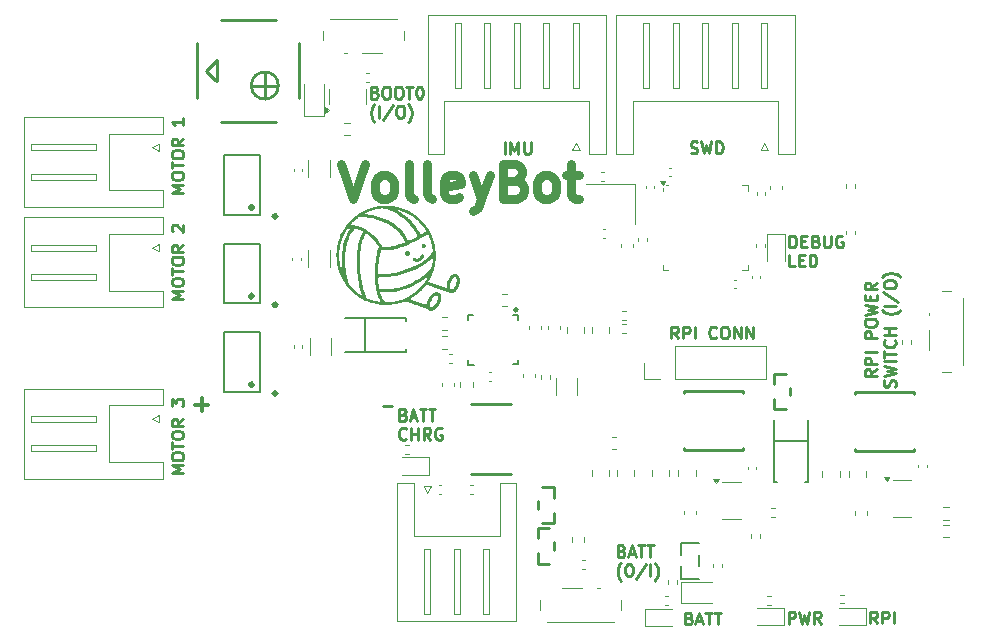
<source format=gbr>
%TF.GenerationSoftware,KiCad,Pcbnew,9.0.2*%
%TF.CreationDate,2025-12-02T02:07:46-05:00*%
%TF.ProjectId,VolleyBot,566f6c6c-6579-4426-9f74-2e6b69636164,rev?*%
%TF.SameCoordinates,Original*%
%TF.FileFunction,Legend,Top*%
%TF.FilePolarity,Positive*%
%FSLAX46Y46*%
G04 Gerber Fmt 4.6, Leading zero omitted, Abs format (unit mm)*
G04 Created by KiCad (PCBNEW 9.0.2) date 2025-12-02 02:07:46*
%MOMM*%
%LPD*%
G01*
G04 APERTURE LIST*
%ADD10C,0.250000*%
%ADD11C,0.750000*%
%ADD12C,0.375000*%
%ADD13C,0.120000*%
%ADD14C,0.150000*%
%ADD15C,0.300000*%
%ADD16C,0.000000*%
G04 APERTURE END LIST*
D10*
X105735901Y-98130865D02*
X105878758Y-98178484D01*
X105878758Y-98178484D02*
X105926377Y-98226103D01*
X105926377Y-98226103D02*
X105973996Y-98321341D01*
X105973996Y-98321341D02*
X105973996Y-98464198D01*
X105973996Y-98464198D02*
X105926377Y-98559436D01*
X105926377Y-98559436D02*
X105878758Y-98607056D01*
X105878758Y-98607056D02*
X105783520Y-98654675D01*
X105783520Y-98654675D02*
X105402568Y-98654675D01*
X105402568Y-98654675D02*
X105402568Y-97654675D01*
X105402568Y-97654675D02*
X105735901Y-97654675D01*
X105735901Y-97654675D02*
X105831139Y-97702294D01*
X105831139Y-97702294D02*
X105878758Y-97749913D01*
X105878758Y-97749913D02*
X105926377Y-97845151D01*
X105926377Y-97845151D02*
X105926377Y-97940389D01*
X105926377Y-97940389D02*
X105878758Y-98035627D01*
X105878758Y-98035627D02*
X105831139Y-98083246D01*
X105831139Y-98083246D02*
X105735901Y-98130865D01*
X105735901Y-98130865D02*
X105402568Y-98130865D01*
X106354949Y-98368960D02*
X106831139Y-98368960D01*
X106259711Y-98654675D02*
X106593044Y-97654675D01*
X106593044Y-97654675D02*
X106926377Y-98654675D01*
X107116854Y-97654675D02*
X107688282Y-97654675D01*
X107402568Y-98654675D02*
X107402568Y-97654675D01*
X107878759Y-97654675D02*
X108450187Y-97654675D01*
X108164473Y-98654675D02*
X108164473Y-97654675D01*
X105973996Y-100169380D02*
X105926377Y-100217000D01*
X105926377Y-100217000D02*
X105783520Y-100264619D01*
X105783520Y-100264619D02*
X105688282Y-100264619D01*
X105688282Y-100264619D02*
X105545425Y-100217000D01*
X105545425Y-100217000D02*
X105450187Y-100121761D01*
X105450187Y-100121761D02*
X105402568Y-100026523D01*
X105402568Y-100026523D02*
X105354949Y-99836047D01*
X105354949Y-99836047D02*
X105354949Y-99693190D01*
X105354949Y-99693190D02*
X105402568Y-99502714D01*
X105402568Y-99502714D02*
X105450187Y-99407476D01*
X105450187Y-99407476D02*
X105545425Y-99312238D01*
X105545425Y-99312238D02*
X105688282Y-99264619D01*
X105688282Y-99264619D02*
X105783520Y-99264619D01*
X105783520Y-99264619D02*
X105926377Y-99312238D01*
X105926377Y-99312238D02*
X105973996Y-99359857D01*
X106402568Y-100264619D02*
X106402568Y-99264619D01*
X106402568Y-99740809D02*
X106973996Y-99740809D01*
X106973996Y-100264619D02*
X106973996Y-99264619D01*
X108021615Y-100264619D02*
X107688282Y-99788428D01*
X107450187Y-100264619D02*
X107450187Y-99264619D01*
X107450187Y-99264619D02*
X107831139Y-99264619D01*
X107831139Y-99264619D02*
X107926377Y-99312238D01*
X107926377Y-99312238D02*
X107973996Y-99359857D01*
X107973996Y-99359857D02*
X108021615Y-99455095D01*
X108021615Y-99455095D02*
X108021615Y-99597952D01*
X108021615Y-99597952D02*
X107973996Y-99693190D01*
X107973996Y-99693190D02*
X107926377Y-99740809D01*
X107926377Y-99740809D02*
X107831139Y-99788428D01*
X107831139Y-99788428D02*
X107450187Y-99788428D01*
X108973996Y-99312238D02*
X108878758Y-99264619D01*
X108878758Y-99264619D02*
X108735901Y-99264619D01*
X108735901Y-99264619D02*
X108593044Y-99312238D01*
X108593044Y-99312238D02*
X108497806Y-99407476D01*
X108497806Y-99407476D02*
X108450187Y-99502714D01*
X108450187Y-99502714D02*
X108402568Y-99693190D01*
X108402568Y-99693190D02*
X108402568Y-99836047D01*
X108402568Y-99836047D02*
X108450187Y-100026523D01*
X108450187Y-100026523D02*
X108497806Y-100121761D01*
X108497806Y-100121761D02*
X108593044Y-100217000D01*
X108593044Y-100217000D02*
X108735901Y-100264619D01*
X108735901Y-100264619D02*
X108831139Y-100264619D01*
X108831139Y-100264619D02*
X108973996Y-100217000D01*
X108973996Y-100217000D02*
X109021615Y-100169380D01*
X109021615Y-100169380D02*
X109021615Y-99836047D01*
X109021615Y-99836047D02*
X108831139Y-99836047D01*
X87114619Y-103097431D02*
X86114619Y-103097431D01*
X86114619Y-103097431D02*
X86828904Y-102764098D01*
X86828904Y-102764098D02*
X86114619Y-102430765D01*
X86114619Y-102430765D02*
X87114619Y-102430765D01*
X86114619Y-101764098D02*
X86114619Y-101573622D01*
X86114619Y-101573622D02*
X86162238Y-101478384D01*
X86162238Y-101478384D02*
X86257476Y-101383146D01*
X86257476Y-101383146D02*
X86447952Y-101335527D01*
X86447952Y-101335527D02*
X86781285Y-101335527D01*
X86781285Y-101335527D02*
X86971761Y-101383146D01*
X86971761Y-101383146D02*
X87067000Y-101478384D01*
X87067000Y-101478384D02*
X87114619Y-101573622D01*
X87114619Y-101573622D02*
X87114619Y-101764098D01*
X87114619Y-101764098D02*
X87067000Y-101859336D01*
X87067000Y-101859336D02*
X86971761Y-101954574D01*
X86971761Y-101954574D02*
X86781285Y-102002193D01*
X86781285Y-102002193D02*
X86447952Y-102002193D01*
X86447952Y-102002193D02*
X86257476Y-101954574D01*
X86257476Y-101954574D02*
X86162238Y-101859336D01*
X86162238Y-101859336D02*
X86114619Y-101764098D01*
X86114619Y-101049812D02*
X86114619Y-100478384D01*
X87114619Y-100764098D02*
X86114619Y-100764098D01*
X86114619Y-99954574D02*
X86114619Y-99764098D01*
X86114619Y-99764098D02*
X86162238Y-99668860D01*
X86162238Y-99668860D02*
X86257476Y-99573622D01*
X86257476Y-99573622D02*
X86447952Y-99526003D01*
X86447952Y-99526003D02*
X86781285Y-99526003D01*
X86781285Y-99526003D02*
X86971761Y-99573622D01*
X86971761Y-99573622D02*
X87067000Y-99668860D01*
X87067000Y-99668860D02*
X87114619Y-99764098D01*
X87114619Y-99764098D02*
X87114619Y-99954574D01*
X87114619Y-99954574D02*
X87067000Y-100049812D01*
X87067000Y-100049812D02*
X86971761Y-100145050D01*
X86971761Y-100145050D02*
X86781285Y-100192669D01*
X86781285Y-100192669D02*
X86447952Y-100192669D01*
X86447952Y-100192669D02*
X86257476Y-100145050D01*
X86257476Y-100145050D02*
X86162238Y-100049812D01*
X86162238Y-100049812D02*
X86114619Y-99954574D01*
X87114619Y-98526003D02*
X86638428Y-98859336D01*
X87114619Y-99097431D02*
X86114619Y-99097431D01*
X86114619Y-99097431D02*
X86114619Y-98716479D01*
X86114619Y-98716479D02*
X86162238Y-98621241D01*
X86162238Y-98621241D02*
X86209857Y-98573622D01*
X86209857Y-98573622D02*
X86305095Y-98526003D01*
X86305095Y-98526003D02*
X86447952Y-98526003D01*
X86447952Y-98526003D02*
X86543190Y-98573622D01*
X86543190Y-98573622D02*
X86590809Y-98621241D01*
X86590809Y-98621241D02*
X86638428Y-98716479D01*
X86638428Y-98716479D02*
X86638428Y-99097431D01*
X86114619Y-97430764D02*
X86114619Y-96811717D01*
X86114619Y-96811717D02*
X86495571Y-97145050D01*
X86495571Y-97145050D02*
X86495571Y-97002193D01*
X86495571Y-97002193D02*
X86543190Y-96906955D01*
X86543190Y-96906955D02*
X86590809Y-96859336D01*
X86590809Y-96859336D02*
X86686047Y-96811717D01*
X86686047Y-96811717D02*
X86924142Y-96811717D01*
X86924142Y-96811717D02*
X87019380Y-96859336D01*
X87019380Y-96859336D02*
X87067000Y-96906955D01*
X87067000Y-96906955D02*
X87114619Y-97002193D01*
X87114619Y-97002193D02*
X87114619Y-97287907D01*
X87114619Y-97287907D02*
X87067000Y-97383145D01*
X87067000Y-97383145D02*
X87019380Y-97430764D01*
X138352568Y-115839619D02*
X138352568Y-114839619D01*
X138352568Y-114839619D02*
X138733520Y-114839619D01*
X138733520Y-114839619D02*
X138828758Y-114887238D01*
X138828758Y-114887238D02*
X138876377Y-114934857D01*
X138876377Y-114934857D02*
X138923996Y-115030095D01*
X138923996Y-115030095D02*
X138923996Y-115172952D01*
X138923996Y-115172952D02*
X138876377Y-115268190D01*
X138876377Y-115268190D02*
X138828758Y-115315809D01*
X138828758Y-115315809D02*
X138733520Y-115363428D01*
X138733520Y-115363428D02*
X138352568Y-115363428D01*
X139257330Y-114839619D02*
X139495425Y-115839619D01*
X139495425Y-115839619D02*
X139685901Y-115125333D01*
X139685901Y-115125333D02*
X139876377Y-115839619D01*
X139876377Y-115839619D02*
X140114473Y-114839619D01*
X141066853Y-115839619D02*
X140733520Y-115363428D01*
X140495425Y-115839619D02*
X140495425Y-114839619D01*
X140495425Y-114839619D02*
X140876377Y-114839619D01*
X140876377Y-114839619D02*
X140971615Y-114887238D01*
X140971615Y-114887238D02*
X141019234Y-114934857D01*
X141019234Y-114934857D02*
X141066853Y-115030095D01*
X141066853Y-115030095D02*
X141066853Y-115172952D01*
X141066853Y-115172952D02*
X141019234Y-115268190D01*
X141019234Y-115268190D02*
X140971615Y-115315809D01*
X140971615Y-115315809D02*
X140876377Y-115363428D01*
X140876377Y-115363428D02*
X140495425Y-115363428D01*
D11*
X100479135Y-76893857D02*
X101479135Y-79893857D01*
X101479135Y-79893857D02*
X102479135Y-76893857D01*
X103907707Y-79893857D02*
X103621992Y-79751000D01*
X103621992Y-79751000D02*
X103479135Y-79608142D01*
X103479135Y-79608142D02*
X103336278Y-79322428D01*
X103336278Y-79322428D02*
X103336278Y-78465285D01*
X103336278Y-78465285D02*
X103479135Y-78179571D01*
X103479135Y-78179571D02*
X103621992Y-78036714D01*
X103621992Y-78036714D02*
X103907707Y-77893857D01*
X103907707Y-77893857D02*
X104336278Y-77893857D01*
X104336278Y-77893857D02*
X104621992Y-78036714D01*
X104621992Y-78036714D02*
X104764850Y-78179571D01*
X104764850Y-78179571D02*
X104907707Y-78465285D01*
X104907707Y-78465285D02*
X104907707Y-79322428D01*
X104907707Y-79322428D02*
X104764850Y-79608142D01*
X104764850Y-79608142D02*
X104621992Y-79751000D01*
X104621992Y-79751000D02*
X104336278Y-79893857D01*
X104336278Y-79893857D02*
X103907707Y-79893857D01*
X106621993Y-79893857D02*
X106336278Y-79751000D01*
X106336278Y-79751000D02*
X106193421Y-79465285D01*
X106193421Y-79465285D02*
X106193421Y-76893857D01*
X108193422Y-79893857D02*
X107907707Y-79751000D01*
X107907707Y-79751000D02*
X107764850Y-79465285D01*
X107764850Y-79465285D02*
X107764850Y-76893857D01*
X110479136Y-79751000D02*
X110193422Y-79893857D01*
X110193422Y-79893857D02*
X109621994Y-79893857D01*
X109621994Y-79893857D02*
X109336279Y-79751000D01*
X109336279Y-79751000D02*
X109193422Y-79465285D01*
X109193422Y-79465285D02*
X109193422Y-78322428D01*
X109193422Y-78322428D02*
X109336279Y-78036714D01*
X109336279Y-78036714D02*
X109621994Y-77893857D01*
X109621994Y-77893857D02*
X110193422Y-77893857D01*
X110193422Y-77893857D02*
X110479136Y-78036714D01*
X110479136Y-78036714D02*
X110621994Y-78322428D01*
X110621994Y-78322428D02*
X110621994Y-78608142D01*
X110621994Y-78608142D02*
X109193422Y-78893857D01*
X111621994Y-77893857D02*
X112336280Y-79893857D01*
X113050565Y-77893857D02*
X112336280Y-79893857D01*
X112336280Y-79893857D02*
X112050565Y-80608142D01*
X112050565Y-80608142D02*
X111907708Y-80751000D01*
X111907708Y-80751000D02*
X111621994Y-80893857D01*
X115193422Y-78322428D02*
X115621994Y-78465285D01*
X115621994Y-78465285D02*
X115764851Y-78608142D01*
X115764851Y-78608142D02*
X115907708Y-78893857D01*
X115907708Y-78893857D02*
X115907708Y-79322428D01*
X115907708Y-79322428D02*
X115764851Y-79608142D01*
X115764851Y-79608142D02*
X115621994Y-79751000D01*
X115621994Y-79751000D02*
X115336279Y-79893857D01*
X115336279Y-79893857D02*
X114193422Y-79893857D01*
X114193422Y-79893857D02*
X114193422Y-76893857D01*
X114193422Y-76893857D02*
X115193422Y-76893857D01*
X115193422Y-76893857D02*
X115479137Y-77036714D01*
X115479137Y-77036714D02*
X115621994Y-77179571D01*
X115621994Y-77179571D02*
X115764851Y-77465285D01*
X115764851Y-77465285D02*
X115764851Y-77751000D01*
X115764851Y-77751000D02*
X115621994Y-78036714D01*
X115621994Y-78036714D02*
X115479137Y-78179571D01*
X115479137Y-78179571D02*
X115193422Y-78322428D01*
X115193422Y-78322428D02*
X114193422Y-78322428D01*
X117621994Y-79893857D02*
X117336279Y-79751000D01*
X117336279Y-79751000D02*
X117193422Y-79608142D01*
X117193422Y-79608142D02*
X117050565Y-79322428D01*
X117050565Y-79322428D02*
X117050565Y-78465285D01*
X117050565Y-78465285D02*
X117193422Y-78179571D01*
X117193422Y-78179571D02*
X117336279Y-78036714D01*
X117336279Y-78036714D02*
X117621994Y-77893857D01*
X117621994Y-77893857D02*
X118050565Y-77893857D01*
X118050565Y-77893857D02*
X118336279Y-78036714D01*
X118336279Y-78036714D02*
X118479137Y-78179571D01*
X118479137Y-78179571D02*
X118621994Y-78465285D01*
X118621994Y-78465285D02*
X118621994Y-79322428D01*
X118621994Y-79322428D02*
X118479137Y-79608142D01*
X118479137Y-79608142D02*
X118336279Y-79751000D01*
X118336279Y-79751000D02*
X118050565Y-79893857D01*
X118050565Y-79893857D02*
X117621994Y-79893857D01*
X119479137Y-77893857D02*
X120621994Y-77893857D01*
X119907708Y-76893857D02*
X119907708Y-79465285D01*
X119907708Y-79465285D02*
X120050565Y-79751000D01*
X120050565Y-79751000D02*
X120336280Y-79893857D01*
X120336280Y-79893857D02*
X120621994Y-79893857D01*
D10*
X124210901Y-109680865D02*
X124353758Y-109728484D01*
X124353758Y-109728484D02*
X124401377Y-109776103D01*
X124401377Y-109776103D02*
X124448996Y-109871341D01*
X124448996Y-109871341D02*
X124448996Y-110014198D01*
X124448996Y-110014198D02*
X124401377Y-110109436D01*
X124401377Y-110109436D02*
X124353758Y-110157056D01*
X124353758Y-110157056D02*
X124258520Y-110204675D01*
X124258520Y-110204675D02*
X123877568Y-110204675D01*
X123877568Y-110204675D02*
X123877568Y-109204675D01*
X123877568Y-109204675D02*
X124210901Y-109204675D01*
X124210901Y-109204675D02*
X124306139Y-109252294D01*
X124306139Y-109252294D02*
X124353758Y-109299913D01*
X124353758Y-109299913D02*
X124401377Y-109395151D01*
X124401377Y-109395151D02*
X124401377Y-109490389D01*
X124401377Y-109490389D02*
X124353758Y-109585627D01*
X124353758Y-109585627D02*
X124306139Y-109633246D01*
X124306139Y-109633246D02*
X124210901Y-109680865D01*
X124210901Y-109680865D02*
X123877568Y-109680865D01*
X124829949Y-109918960D02*
X125306139Y-109918960D01*
X124734711Y-110204675D02*
X125068044Y-109204675D01*
X125068044Y-109204675D02*
X125401377Y-110204675D01*
X125591854Y-109204675D02*
X126163282Y-109204675D01*
X125877568Y-110204675D02*
X125877568Y-109204675D01*
X126353759Y-109204675D02*
X126925187Y-109204675D01*
X126639473Y-110204675D02*
X126639473Y-109204675D01*
X124163282Y-112195571D02*
X124115663Y-112147952D01*
X124115663Y-112147952D02*
X124020425Y-112005095D01*
X124020425Y-112005095D02*
X123972806Y-111909857D01*
X123972806Y-111909857D02*
X123925187Y-111767000D01*
X123925187Y-111767000D02*
X123877568Y-111528904D01*
X123877568Y-111528904D02*
X123877568Y-111338428D01*
X123877568Y-111338428D02*
X123925187Y-111100333D01*
X123925187Y-111100333D02*
X123972806Y-110957476D01*
X123972806Y-110957476D02*
X124020425Y-110862238D01*
X124020425Y-110862238D02*
X124115663Y-110719380D01*
X124115663Y-110719380D02*
X124163282Y-110671761D01*
X124734711Y-110814619D02*
X124925187Y-110814619D01*
X124925187Y-110814619D02*
X125020425Y-110862238D01*
X125020425Y-110862238D02*
X125115663Y-110957476D01*
X125115663Y-110957476D02*
X125163282Y-111147952D01*
X125163282Y-111147952D02*
X125163282Y-111481285D01*
X125163282Y-111481285D02*
X125115663Y-111671761D01*
X125115663Y-111671761D02*
X125020425Y-111767000D01*
X125020425Y-111767000D02*
X124925187Y-111814619D01*
X124925187Y-111814619D02*
X124734711Y-111814619D01*
X124734711Y-111814619D02*
X124639473Y-111767000D01*
X124639473Y-111767000D02*
X124544235Y-111671761D01*
X124544235Y-111671761D02*
X124496616Y-111481285D01*
X124496616Y-111481285D02*
X124496616Y-111147952D01*
X124496616Y-111147952D02*
X124544235Y-110957476D01*
X124544235Y-110957476D02*
X124639473Y-110862238D01*
X124639473Y-110862238D02*
X124734711Y-110814619D01*
X126306139Y-110767000D02*
X125448997Y-112052714D01*
X126639473Y-111814619D02*
X126639473Y-110814619D01*
X127020425Y-112195571D02*
X127068044Y-112147952D01*
X127068044Y-112147952D02*
X127163282Y-112005095D01*
X127163282Y-112005095D02*
X127210901Y-111909857D01*
X127210901Y-111909857D02*
X127258520Y-111767000D01*
X127258520Y-111767000D02*
X127306139Y-111528904D01*
X127306139Y-111528904D02*
X127306139Y-111338428D01*
X127306139Y-111338428D02*
X127258520Y-111100333D01*
X127258520Y-111100333D02*
X127210901Y-110957476D01*
X127210901Y-110957476D02*
X127163282Y-110862238D01*
X127163282Y-110862238D02*
X127068044Y-110719380D01*
X127068044Y-110719380D02*
X127020425Y-110671761D01*
X129933401Y-115375809D02*
X130076258Y-115423428D01*
X130076258Y-115423428D02*
X130123877Y-115471047D01*
X130123877Y-115471047D02*
X130171496Y-115566285D01*
X130171496Y-115566285D02*
X130171496Y-115709142D01*
X130171496Y-115709142D02*
X130123877Y-115804380D01*
X130123877Y-115804380D02*
X130076258Y-115852000D01*
X130076258Y-115852000D02*
X129981020Y-115899619D01*
X129981020Y-115899619D02*
X129600068Y-115899619D01*
X129600068Y-115899619D02*
X129600068Y-114899619D01*
X129600068Y-114899619D02*
X129933401Y-114899619D01*
X129933401Y-114899619D02*
X130028639Y-114947238D01*
X130028639Y-114947238D02*
X130076258Y-114994857D01*
X130076258Y-114994857D02*
X130123877Y-115090095D01*
X130123877Y-115090095D02*
X130123877Y-115185333D01*
X130123877Y-115185333D02*
X130076258Y-115280571D01*
X130076258Y-115280571D02*
X130028639Y-115328190D01*
X130028639Y-115328190D02*
X129933401Y-115375809D01*
X129933401Y-115375809D02*
X129600068Y-115375809D01*
X130552449Y-115613904D02*
X131028639Y-115613904D01*
X130457211Y-115899619D02*
X130790544Y-114899619D01*
X130790544Y-114899619D02*
X131123877Y-115899619D01*
X131314354Y-114899619D02*
X131885782Y-114899619D01*
X131600068Y-115899619D02*
X131600068Y-114899619D01*
X132076259Y-114899619D02*
X132647687Y-114899619D01*
X132361973Y-115899619D02*
X132361973Y-114899619D01*
X138427568Y-83979675D02*
X138427568Y-82979675D01*
X138427568Y-82979675D02*
X138665663Y-82979675D01*
X138665663Y-82979675D02*
X138808520Y-83027294D01*
X138808520Y-83027294D02*
X138903758Y-83122532D01*
X138903758Y-83122532D02*
X138951377Y-83217770D01*
X138951377Y-83217770D02*
X138998996Y-83408246D01*
X138998996Y-83408246D02*
X138998996Y-83551103D01*
X138998996Y-83551103D02*
X138951377Y-83741579D01*
X138951377Y-83741579D02*
X138903758Y-83836817D01*
X138903758Y-83836817D02*
X138808520Y-83932056D01*
X138808520Y-83932056D02*
X138665663Y-83979675D01*
X138665663Y-83979675D02*
X138427568Y-83979675D01*
X139427568Y-83455865D02*
X139760901Y-83455865D01*
X139903758Y-83979675D02*
X139427568Y-83979675D01*
X139427568Y-83979675D02*
X139427568Y-82979675D01*
X139427568Y-82979675D02*
X139903758Y-82979675D01*
X140665663Y-83455865D02*
X140808520Y-83503484D01*
X140808520Y-83503484D02*
X140856139Y-83551103D01*
X140856139Y-83551103D02*
X140903758Y-83646341D01*
X140903758Y-83646341D02*
X140903758Y-83789198D01*
X140903758Y-83789198D02*
X140856139Y-83884436D01*
X140856139Y-83884436D02*
X140808520Y-83932056D01*
X140808520Y-83932056D02*
X140713282Y-83979675D01*
X140713282Y-83979675D02*
X140332330Y-83979675D01*
X140332330Y-83979675D02*
X140332330Y-82979675D01*
X140332330Y-82979675D02*
X140665663Y-82979675D01*
X140665663Y-82979675D02*
X140760901Y-83027294D01*
X140760901Y-83027294D02*
X140808520Y-83074913D01*
X140808520Y-83074913D02*
X140856139Y-83170151D01*
X140856139Y-83170151D02*
X140856139Y-83265389D01*
X140856139Y-83265389D02*
X140808520Y-83360627D01*
X140808520Y-83360627D02*
X140760901Y-83408246D01*
X140760901Y-83408246D02*
X140665663Y-83455865D01*
X140665663Y-83455865D02*
X140332330Y-83455865D01*
X141332330Y-82979675D02*
X141332330Y-83789198D01*
X141332330Y-83789198D02*
X141379949Y-83884436D01*
X141379949Y-83884436D02*
X141427568Y-83932056D01*
X141427568Y-83932056D02*
X141522806Y-83979675D01*
X141522806Y-83979675D02*
X141713282Y-83979675D01*
X141713282Y-83979675D02*
X141808520Y-83932056D01*
X141808520Y-83932056D02*
X141856139Y-83884436D01*
X141856139Y-83884436D02*
X141903758Y-83789198D01*
X141903758Y-83789198D02*
X141903758Y-82979675D01*
X142903758Y-83027294D02*
X142808520Y-82979675D01*
X142808520Y-82979675D02*
X142665663Y-82979675D01*
X142665663Y-82979675D02*
X142522806Y-83027294D01*
X142522806Y-83027294D02*
X142427568Y-83122532D01*
X142427568Y-83122532D02*
X142379949Y-83217770D01*
X142379949Y-83217770D02*
X142332330Y-83408246D01*
X142332330Y-83408246D02*
X142332330Y-83551103D01*
X142332330Y-83551103D02*
X142379949Y-83741579D01*
X142379949Y-83741579D02*
X142427568Y-83836817D01*
X142427568Y-83836817D02*
X142522806Y-83932056D01*
X142522806Y-83932056D02*
X142665663Y-83979675D01*
X142665663Y-83979675D02*
X142760901Y-83979675D01*
X142760901Y-83979675D02*
X142903758Y-83932056D01*
X142903758Y-83932056D02*
X142951377Y-83884436D01*
X142951377Y-83884436D02*
X142951377Y-83551103D01*
X142951377Y-83551103D02*
X142760901Y-83551103D01*
X138903758Y-85589619D02*
X138427568Y-85589619D01*
X138427568Y-85589619D02*
X138427568Y-84589619D01*
X139237092Y-85065809D02*
X139570425Y-85065809D01*
X139713282Y-85589619D02*
X139237092Y-85589619D01*
X139237092Y-85589619D02*
X139237092Y-84589619D01*
X139237092Y-84589619D02*
X139713282Y-84589619D01*
X140141854Y-85589619D02*
X140141854Y-84589619D01*
X140141854Y-84589619D02*
X140379949Y-84589619D01*
X140379949Y-84589619D02*
X140522806Y-84637238D01*
X140522806Y-84637238D02*
X140618044Y-84732476D01*
X140618044Y-84732476D02*
X140665663Y-84827714D01*
X140665663Y-84827714D02*
X140713282Y-85018190D01*
X140713282Y-85018190D02*
X140713282Y-85161047D01*
X140713282Y-85161047D02*
X140665663Y-85351523D01*
X140665663Y-85351523D02*
X140618044Y-85446761D01*
X140618044Y-85446761D02*
X140522806Y-85542000D01*
X140522806Y-85542000D02*
X140379949Y-85589619D01*
X140379949Y-85589619D02*
X140141854Y-85589619D01*
X87114619Y-79347431D02*
X86114619Y-79347431D01*
X86114619Y-79347431D02*
X86828904Y-79014098D01*
X86828904Y-79014098D02*
X86114619Y-78680765D01*
X86114619Y-78680765D02*
X87114619Y-78680765D01*
X86114619Y-78014098D02*
X86114619Y-77823622D01*
X86114619Y-77823622D02*
X86162238Y-77728384D01*
X86162238Y-77728384D02*
X86257476Y-77633146D01*
X86257476Y-77633146D02*
X86447952Y-77585527D01*
X86447952Y-77585527D02*
X86781285Y-77585527D01*
X86781285Y-77585527D02*
X86971761Y-77633146D01*
X86971761Y-77633146D02*
X87067000Y-77728384D01*
X87067000Y-77728384D02*
X87114619Y-77823622D01*
X87114619Y-77823622D02*
X87114619Y-78014098D01*
X87114619Y-78014098D02*
X87067000Y-78109336D01*
X87067000Y-78109336D02*
X86971761Y-78204574D01*
X86971761Y-78204574D02*
X86781285Y-78252193D01*
X86781285Y-78252193D02*
X86447952Y-78252193D01*
X86447952Y-78252193D02*
X86257476Y-78204574D01*
X86257476Y-78204574D02*
X86162238Y-78109336D01*
X86162238Y-78109336D02*
X86114619Y-78014098D01*
X86114619Y-77299812D02*
X86114619Y-76728384D01*
X87114619Y-77014098D02*
X86114619Y-77014098D01*
X86114619Y-76204574D02*
X86114619Y-76014098D01*
X86114619Y-76014098D02*
X86162238Y-75918860D01*
X86162238Y-75918860D02*
X86257476Y-75823622D01*
X86257476Y-75823622D02*
X86447952Y-75776003D01*
X86447952Y-75776003D02*
X86781285Y-75776003D01*
X86781285Y-75776003D02*
X86971761Y-75823622D01*
X86971761Y-75823622D02*
X87067000Y-75918860D01*
X87067000Y-75918860D02*
X87114619Y-76014098D01*
X87114619Y-76014098D02*
X87114619Y-76204574D01*
X87114619Y-76204574D02*
X87067000Y-76299812D01*
X87067000Y-76299812D02*
X86971761Y-76395050D01*
X86971761Y-76395050D02*
X86781285Y-76442669D01*
X86781285Y-76442669D02*
X86447952Y-76442669D01*
X86447952Y-76442669D02*
X86257476Y-76395050D01*
X86257476Y-76395050D02*
X86162238Y-76299812D01*
X86162238Y-76299812D02*
X86114619Y-76204574D01*
X87114619Y-74776003D02*
X86638428Y-75109336D01*
X87114619Y-75347431D02*
X86114619Y-75347431D01*
X86114619Y-75347431D02*
X86114619Y-74966479D01*
X86114619Y-74966479D02*
X86162238Y-74871241D01*
X86162238Y-74871241D02*
X86209857Y-74823622D01*
X86209857Y-74823622D02*
X86305095Y-74776003D01*
X86305095Y-74776003D02*
X86447952Y-74776003D01*
X86447952Y-74776003D02*
X86543190Y-74823622D01*
X86543190Y-74823622D02*
X86590809Y-74871241D01*
X86590809Y-74871241D02*
X86638428Y-74966479D01*
X86638428Y-74966479D02*
X86638428Y-75347431D01*
X87114619Y-73061717D02*
X87114619Y-73633145D01*
X87114619Y-73347431D02*
X86114619Y-73347431D01*
X86114619Y-73347431D02*
X86257476Y-73442669D01*
X86257476Y-73442669D02*
X86352714Y-73537907D01*
X86352714Y-73537907D02*
X86400333Y-73633145D01*
X114327568Y-76064619D02*
X114327568Y-75064619D01*
X114803758Y-76064619D02*
X114803758Y-75064619D01*
X114803758Y-75064619D02*
X115137091Y-75778904D01*
X115137091Y-75778904D02*
X115470424Y-75064619D01*
X115470424Y-75064619D02*
X115470424Y-76064619D01*
X115946615Y-75064619D02*
X115946615Y-75874142D01*
X115946615Y-75874142D02*
X115994234Y-75969380D01*
X115994234Y-75969380D02*
X116041853Y-76017000D01*
X116041853Y-76017000D02*
X116137091Y-76064619D01*
X116137091Y-76064619D02*
X116327567Y-76064619D01*
X116327567Y-76064619D02*
X116422805Y-76017000D01*
X116422805Y-76017000D02*
X116470424Y-75969380D01*
X116470424Y-75969380D02*
X116518043Y-75874142D01*
X116518043Y-75874142D02*
X116518043Y-75064619D01*
X130054949Y-75967000D02*
X130197806Y-76014619D01*
X130197806Y-76014619D02*
X130435901Y-76014619D01*
X130435901Y-76014619D02*
X130531139Y-75967000D01*
X130531139Y-75967000D02*
X130578758Y-75919380D01*
X130578758Y-75919380D02*
X130626377Y-75824142D01*
X130626377Y-75824142D02*
X130626377Y-75728904D01*
X130626377Y-75728904D02*
X130578758Y-75633666D01*
X130578758Y-75633666D02*
X130531139Y-75586047D01*
X130531139Y-75586047D02*
X130435901Y-75538428D01*
X130435901Y-75538428D02*
X130245425Y-75490809D01*
X130245425Y-75490809D02*
X130150187Y-75443190D01*
X130150187Y-75443190D02*
X130102568Y-75395571D01*
X130102568Y-75395571D02*
X130054949Y-75300333D01*
X130054949Y-75300333D02*
X130054949Y-75205095D01*
X130054949Y-75205095D02*
X130102568Y-75109857D01*
X130102568Y-75109857D02*
X130150187Y-75062238D01*
X130150187Y-75062238D02*
X130245425Y-75014619D01*
X130245425Y-75014619D02*
X130483520Y-75014619D01*
X130483520Y-75014619D02*
X130626377Y-75062238D01*
X130959711Y-75014619D02*
X131197806Y-76014619D01*
X131197806Y-76014619D02*
X131388282Y-75300333D01*
X131388282Y-75300333D02*
X131578758Y-76014619D01*
X131578758Y-76014619D02*
X131816854Y-75014619D01*
X132197806Y-76014619D02*
X132197806Y-75014619D01*
X132197806Y-75014619D02*
X132435901Y-75014619D01*
X132435901Y-75014619D02*
X132578758Y-75062238D01*
X132578758Y-75062238D02*
X132673996Y-75157476D01*
X132673996Y-75157476D02*
X132721615Y-75252714D01*
X132721615Y-75252714D02*
X132769234Y-75443190D01*
X132769234Y-75443190D02*
X132769234Y-75586047D01*
X132769234Y-75586047D02*
X132721615Y-75776523D01*
X132721615Y-75776523D02*
X132673996Y-75871761D01*
X132673996Y-75871761D02*
X132578758Y-75967000D01*
X132578758Y-75967000D02*
X132435901Y-76014619D01*
X132435901Y-76014619D02*
X132197806Y-76014619D01*
X128998996Y-91689619D02*
X128665663Y-91213428D01*
X128427568Y-91689619D02*
X128427568Y-90689619D01*
X128427568Y-90689619D02*
X128808520Y-90689619D01*
X128808520Y-90689619D02*
X128903758Y-90737238D01*
X128903758Y-90737238D02*
X128951377Y-90784857D01*
X128951377Y-90784857D02*
X128998996Y-90880095D01*
X128998996Y-90880095D02*
X128998996Y-91022952D01*
X128998996Y-91022952D02*
X128951377Y-91118190D01*
X128951377Y-91118190D02*
X128903758Y-91165809D01*
X128903758Y-91165809D02*
X128808520Y-91213428D01*
X128808520Y-91213428D02*
X128427568Y-91213428D01*
X129427568Y-91689619D02*
X129427568Y-90689619D01*
X129427568Y-90689619D02*
X129808520Y-90689619D01*
X129808520Y-90689619D02*
X129903758Y-90737238D01*
X129903758Y-90737238D02*
X129951377Y-90784857D01*
X129951377Y-90784857D02*
X129998996Y-90880095D01*
X129998996Y-90880095D02*
X129998996Y-91022952D01*
X129998996Y-91022952D02*
X129951377Y-91118190D01*
X129951377Y-91118190D02*
X129903758Y-91165809D01*
X129903758Y-91165809D02*
X129808520Y-91213428D01*
X129808520Y-91213428D02*
X129427568Y-91213428D01*
X130427568Y-91689619D02*
X130427568Y-90689619D01*
X132237091Y-91594380D02*
X132189472Y-91642000D01*
X132189472Y-91642000D02*
X132046615Y-91689619D01*
X132046615Y-91689619D02*
X131951377Y-91689619D01*
X131951377Y-91689619D02*
X131808520Y-91642000D01*
X131808520Y-91642000D02*
X131713282Y-91546761D01*
X131713282Y-91546761D02*
X131665663Y-91451523D01*
X131665663Y-91451523D02*
X131618044Y-91261047D01*
X131618044Y-91261047D02*
X131618044Y-91118190D01*
X131618044Y-91118190D02*
X131665663Y-90927714D01*
X131665663Y-90927714D02*
X131713282Y-90832476D01*
X131713282Y-90832476D02*
X131808520Y-90737238D01*
X131808520Y-90737238D02*
X131951377Y-90689619D01*
X131951377Y-90689619D02*
X132046615Y-90689619D01*
X132046615Y-90689619D02*
X132189472Y-90737238D01*
X132189472Y-90737238D02*
X132237091Y-90784857D01*
X132856139Y-90689619D02*
X133046615Y-90689619D01*
X133046615Y-90689619D02*
X133141853Y-90737238D01*
X133141853Y-90737238D02*
X133237091Y-90832476D01*
X133237091Y-90832476D02*
X133284710Y-91022952D01*
X133284710Y-91022952D02*
X133284710Y-91356285D01*
X133284710Y-91356285D02*
X133237091Y-91546761D01*
X133237091Y-91546761D02*
X133141853Y-91642000D01*
X133141853Y-91642000D02*
X133046615Y-91689619D01*
X133046615Y-91689619D02*
X132856139Y-91689619D01*
X132856139Y-91689619D02*
X132760901Y-91642000D01*
X132760901Y-91642000D02*
X132665663Y-91546761D01*
X132665663Y-91546761D02*
X132618044Y-91356285D01*
X132618044Y-91356285D02*
X132618044Y-91022952D01*
X132618044Y-91022952D02*
X132665663Y-90832476D01*
X132665663Y-90832476D02*
X132760901Y-90737238D01*
X132760901Y-90737238D02*
X132856139Y-90689619D01*
X133713282Y-91689619D02*
X133713282Y-90689619D01*
X133713282Y-90689619D02*
X134284710Y-91689619D01*
X134284710Y-91689619D02*
X134284710Y-90689619D01*
X134760901Y-91689619D02*
X134760901Y-90689619D01*
X134760901Y-90689619D02*
X135332329Y-91689619D01*
X135332329Y-91689619D02*
X135332329Y-90689619D01*
X145804675Y-94307142D02*
X145328484Y-94640475D01*
X145804675Y-94878570D02*
X144804675Y-94878570D01*
X144804675Y-94878570D02*
X144804675Y-94497618D01*
X144804675Y-94497618D02*
X144852294Y-94402380D01*
X144852294Y-94402380D02*
X144899913Y-94354761D01*
X144899913Y-94354761D02*
X144995151Y-94307142D01*
X144995151Y-94307142D02*
X145138008Y-94307142D01*
X145138008Y-94307142D02*
X145233246Y-94354761D01*
X145233246Y-94354761D02*
X145280865Y-94402380D01*
X145280865Y-94402380D02*
X145328484Y-94497618D01*
X145328484Y-94497618D02*
X145328484Y-94878570D01*
X145804675Y-93878570D02*
X144804675Y-93878570D01*
X144804675Y-93878570D02*
X144804675Y-93497618D01*
X144804675Y-93497618D02*
X144852294Y-93402380D01*
X144852294Y-93402380D02*
X144899913Y-93354761D01*
X144899913Y-93354761D02*
X144995151Y-93307142D01*
X144995151Y-93307142D02*
X145138008Y-93307142D01*
X145138008Y-93307142D02*
X145233246Y-93354761D01*
X145233246Y-93354761D02*
X145280865Y-93402380D01*
X145280865Y-93402380D02*
X145328484Y-93497618D01*
X145328484Y-93497618D02*
X145328484Y-93878570D01*
X145804675Y-92878570D02*
X144804675Y-92878570D01*
X145804675Y-91640475D02*
X144804675Y-91640475D01*
X144804675Y-91640475D02*
X144804675Y-91259523D01*
X144804675Y-91259523D02*
X144852294Y-91164285D01*
X144852294Y-91164285D02*
X144899913Y-91116666D01*
X144899913Y-91116666D02*
X144995151Y-91069047D01*
X144995151Y-91069047D02*
X145138008Y-91069047D01*
X145138008Y-91069047D02*
X145233246Y-91116666D01*
X145233246Y-91116666D02*
X145280865Y-91164285D01*
X145280865Y-91164285D02*
X145328484Y-91259523D01*
X145328484Y-91259523D02*
X145328484Y-91640475D01*
X144804675Y-90449999D02*
X144804675Y-90259523D01*
X144804675Y-90259523D02*
X144852294Y-90164285D01*
X144852294Y-90164285D02*
X144947532Y-90069047D01*
X144947532Y-90069047D02*
X145138008Y-90021428D01*
X145138008Y-90021428D02*
X145471341Y-90021428D01*
X145471341Y-90021428D02*
X145661817Y-90069047D01*
X145661817Y-90069047D02*
X145757056Y-90164285D01*
X145757056Y-90164285D02*
X145804675Y-90259523D01*
X145804675Y-90259523D02*
X145804675Y-90449999D01*
X145804675Y-90449999D02*
X145757056Y-90545237D01*
X145757056Y-90545237D02*
X145661817Y-90640475D01*
X145661817Y-90640475D02*
X145471341Y-90688094D01*
X145471341Y-90688094D02*
X145138008Y-90688094D01*
X145138008Y-90688094D02*
X144947532Y-90640475D01*
X144947532Y-90640475D02*
X144852294Y-90545237D01*
X144852294Y-90545237D02*
X144804675Y-90449999D01*
X144804675Y-89688094D02*
X145804675Y-89449999D01*
X145804675Y-89449999D02*
X145090389Y-89259523D01*
X145090389Y-89259523D02*
X145804675Y-89069047D01*
X145804675Y-89069047D02*
X144804675Y-88830952D01*
X145280865Y-88449999D02*
X145280865Y-88116666D01*
X145804675Y-87973809D02*
X145804675Y-88449999D01*
X145804675Y-88449999D02*
X144804675Y-88449999D01*
X144804675Y-88449999D02*
X144804675Y-87973809D01*
X145804675Y-86973809D02*
X145328484Y-87307142D01*
X145804675Y-87545237D02*
X144804675Y-87545237D01*
X144804675Y-87545237D02*
X144804675Y-87164285D01*
X144804675Y-87164285D02*
X144852294Y-87069047D01*
X144852294Y-87069047D02*
X144899913Y-87021428D01*
X144899913Y-87021428D02*
X144995151Y-86973809D01*
X144995151Y-86973809D02*
X145138008Y-86973809D01*
X145138008Y-86973809D02*
X145233246Y-87021428D01*
X145233246Y-87021428D02*
X145280865Y-87069047D01*
X145280865Y-87069047D02*
X145328484Y-87164285D01*
X145328484Y-87164285D02*
X145328484Y-87545237D01*
X147367000Y-95783332D02*
X147414619Y-95640475D01*
X147414619Y-95640475D02*
X147414619Y-95402380D01*
X147414619Y-95402380D02*
X147367000Y-95307142D01*
X147367000Y-95307142D02*
X147319380Y-95259523D01*
X147319380Y-95259523D02*
X147224142Y-95211904D01*
X147224142Y-95211904D02*
X147128904Y-95211904D01*
X147128904Y-95211904D02*
X147033666Y-95259523D01*
X147033666Y-95259523D02*
X146986047Y-95307142D01*
X146986047Y-95307142D02*
X146938428Y-95402380D01*
X146938428Y-95402380D02*
X146890809Y-95592856D01*
X146890809Y-95592856D02*
X146843190Y-95688094D01*
X146843190Y-95688094D02*
X146795571Y-95735713D01*
X146795571Y-95735713D02*
X146700333Y-95783332D01*
X146700333Y-95783332D02*
X146605095Y-95783332D01*
X146605095Y-95783332D02*
X146509857Y-95735713D01*
X146509857Y-95735713D02*
X146462238Y-95688094D01*
X146462238Y-95688094D02*
X146414619Y-95592856D01*
X146414619Y-95592856D02*
X146414619Y-95354761D01*
X146414619Y-95354761D02*
X146462238Y-95211904D01*
X146414619Y-94878570D02*
X147414619Y-94640475D01*
X147414619Y-94640475D02*
X146700333Y-94449999D01*
X146700333Y-94449999D02*
X147414619Y-94259523D01*
X147414619Y-94259523D02*
X146414619Y-94021428D01*
X147414619Y-93640475D02*
X146414619Y-93640475D01*
X146414619Y-93307142D02*
X146414619Y-92735714D01*
X147414619Y-93021428D02*
X146414619Y-93021428D01*
X147319380Y-91830952D02*
X147367000Y-91878571D01*
X147367000Y-91878571D02*
X147414619Y-92021428D01*
X147414619Y-92021428D02*
X147414619Y-92116666D01*
X147414619Y-92116666D02*
X147367000Y-92259523D01*
X147367000Y-92259523D02*
X147271761Y-92354761D01*
X147271761Y-92354761D02*
X147176523Y-92402380D01*
X147176523Y-92402380D02*
X146986047Y-92449999D01*
X146986047Y-92449999D02*
X146843190Y-92449999D01*
X146843190Y-92449999D02*
X146652714Y-92402380D01*
X146652714Y-92402380D02*
X146557476Y-92354761D01*
X146557476Y-92354761D02*
X146462238Y-92259523D01*
X146462238Y-92259523D02*
X146414619Y-92116666D01*
X146414619Y-92116666D02*
X146414619Y-92021428D01*
X146414619Y-92021428D02*
X146462238Y-91878571D01*
X146462238Y-91878571D02*
X146509857Y-91830952D01*
X147414619Y-91402380D02*
X146414619Y-91402380D01*
X146890809Y-91402380D02*
X146890809Y-90830952D01*
X147414619Y-90830952D02*
X146414619Y-90830952D01*
X147795571Y-89307142D02*
X147747952Y-89354761D01*
X147747952Y-89354761D02*
X147605095Y-89449999D01*
X147605095Y-89449999D02*
X147509857Y-89497618D01*
X147509857Y-89497618D02*
X147367000Y-89545237D01*
X147367000Y-89545237D02*
X147128904Y-89592856D01*
X147128904Y-89592856D02*
X146938428Y-89592856D01*
X146938428Y-89592856D02*
X146700333Y-89545237D01*
X146700333Y-89545237D02*
X146557476Y-89497618D01*
X146557476Y-89497618D02*
X146462238Y-89449999D01*
X146462238Y-89449999D02*
X146319380Y-89354761D01*
X146319380Y-89354761D02*
X146271761Y-89307142D01*
X147414619Y-88926189D02*
X146414619Y-88926189D01*
X146367000Y-87735714D02*
X147652714Y-88592856D01*
X146414619Y-87211904D02*
X146414619Y-87021428D01*
X146414619Y-87021428D02*
X146462238Y-86926190D01*
X146462238Y-86926190D02*
X146557476Y-86830952D01*
X146557476Y-86830952D02*
X146747952Y-86783333D01*
X146747952Y-86783333D02*
X147081285Y-86783333D01*
X147081285Y-86783333D02*
X147271761Y-86830952D01*
X147271761Y-86830952D02*
X147367000Y-86926190D01*
X147367000Y-86926190D02*
X147414619Y-87021428D01*
X147414619Y-87021428D02*
X147414619Y-87211904D01*
X147414619Y-87211904D02*
X147367000Y-87307142D01*
X147367000Y-87307142D02*
X147271761Y-87402380D01*
X147271761Y-87402380D02*
X147081285Y-87449999D01*
X147081285Y-87449999D02*
X146747952Y-87449999D01*
X146747952Y-87449999D02*
X146557476Y-87402380D01*
X146557476Y-87402380D02*
X146462238Y-87307142D01*
X146462238Y-87307142D02*
X146414619Y-87211904D01*
X147795571Y-86449999D02*
X147747952Y-86402380D01*
X147747952Y-86402380D02*
X147605095Y-86307142D01*
X147605095Y-86307142D02*
X147509857Y-86259523D01*
X147509857Y-86259523D02*
X147367000Y-86211904D01*
X147367000Y-86211904D02*
X147128904Y-86164285D01*
X147128904Y-86164285D02*
X146938428Y-86164285D01*
X146938428Y-86164285D02*
X146700333Y-86211904D01*
X146700333Y-86211904D02*
X146557476Y-86259523D01*
X146557476Y-86259523D02*
X146462238Y-86307142D01*
X146462238Y-86307142D02*
X146319380Y-86402380D01*
X146319380Y-86402380D02*
X146271761Y-86449999D01*
X103335901Y-70855865D02*
X103478758Y-70903484D01*
X103478758Y-70903484D02*
X103526377Y-70951103D01*
X103526377Y-70951103D02*
X103573996Y-71046341D01*
X103573996Y-71046341D02*
X103573996Y-71189198D01*
X103573996Y-71189198D02*
X103526377Y-71284436D01*
X103526377Y-71284436D02*
X103478758Y-71332056D01*
X103478758Y-71332056D02*
X103383520Y-71379675D01*
X103383520Y-71379675D02*
X103002568Y-71379675D01*
X103002568Y-71379675D02*
X103002568Y-70379675D01*
X103002568Y-70379675D02*
X103335901Y-70379675D01*
X103335901Y-70379675D02*
X103431139Y-70427294D01*
X103431139Y-70427294D02*
X103478758Y-70474913D01*
X103478758Y-70474913D02*
X103526377Y-70570151D01*
X103526377Y-70570151D02*
X103526377Y-70665389D01*
X103526377Y-70665389D02*
X103478758Y-70760627D01*
X103478758Y-70760627D02*
X103431139Y-70808246D01*
X103431139Y-70808246D02*
X103335901Y-70855865D01*
X103335901Y-70855865D02*
X103002568Y-70855865D01*
X104193044Y-70379675D02*
X104383520Y-70379675D01*
X104383520Y-70379675D02*
X104478758Y-70427294D01*
X104478758Y-70427294D02*
X104573996Y-70522532D01*
X104573996Y-70522532D02*
X104621615Y-70713008D01*
X104621615Y-70713008D02*
X104621615Y-71046341D01*
X104621615Y-71046341D02*
X104573996Y-71236817D01*
X104573996Y-71236817D02*
X104478758Y-71332056D01*
X104478758Y-71332056D02*
X104383520Y-71379675D01*
X104383520Y-71379675D02*
X104193044Y-71379675D01*
X104193044Y-71379675D02*
X104097806Y-71332056D01*
X104097806Y-71332056D02*
X104002568Y-71236817D01*
X104002568Y-71236817D02*
X103954949Y-71046341D01*
X103954949Y-71046341D02*
X103954949Y-70713008D01*
X103954949Y-70713008D02*
X104002568Y-70522532D01*
X104002568Y-70522532D02*
X104097806Y-70427294D01*
X104097806Y-70427294D02*
X104193044Y-70379675D01*
X105240663Y-70379675D02*
X105431139Y-70379675D01*
X105431139Y-70379675D02*
X105526377Y-70427294D01*
X105526377Y-70427294D02*
X105621615Y-70522532D01*
X105621615Y-70522532D02*
X105669234Y-70713008D01*
X105669234Y-70713008D02*
X105669234Y-71046341D01*
X105669234Y-71046341D02*
X105621615Y-71236817D01*
X105621615Y-71236817D02*
X105526377Y-71332056D01*
X105526377Y-71332056D02*
X105431139Y-71379675D01*
X105431139Y-71379675D02*
X105240663Y-71379675D01*
X105240663Y-71379675D02*
X105145425Y-71332056D01*
X105145425Y-71332056D02*
X105050187Y-71236817D01*
X105050187Y-71236817D02*
X105002568Y-71046341D01*
X105002568Y-71046341D02*
X105002568Y-70713008D01*
X105002568Y-70713008D02*
X105050187Y-70522532D01*
X105050187Y-70522532D02*
X105145425Y-70427294D01*
X105145425Y-70427294D02*
X105240663Y-70379675D01*
X105954949Y-70379675D02*
X106526377Y-70379675D01*
X106240663Y-71379675D02*
X106240663Y-70379675D01*
X107050187Y-70379675D02*
X107145425Y-70379675D01*
X107145425Y-70379675D02*
X107240663Y-70427294D01*
X107240663Y-70427294D02*
X107288282Y-70474913D01*
X107288282Y-70474913D02*
X107335901Y-70570151D01*
X107335901Y-70570151D02*
X107383520Y-70760627D01*
X107383520Y-70760627D02*
X107383520Y-70998722D01*
X107383520Y-70998722D02*
X107335901Y-71189198D01*
X107335901Y-71189198D02*
X107288282Y-71284436D01*
X107288282Y-71284436D02*
X107240663Y-71332056D01*
X107240663Y-71332056D02*
X107145425Y-71379675D01*
X107145425Y-71379675D02*
X107050187Y-71379675D01*
X107050187Y-71379675D02*
X106954949Y-71332056D01*
X106954949Y-71332056D02*
X106907330Y-71284436D01*
X106907330Y-71284436D02*
X106859711Y-71189198D01*
X106859711Y-71189198D02*
X106812092Y-70998722D01*
X106812092Y-70998722D02*
X106812092Y-70760627D01*
X106812092Y-70760627D02*
X106859711Y-70570151D01*
X106859711Y-70570151D02*
X106907330Y-70474913D01*
X106907330Y-70474913D02*
X106954949Y-70427294D01*
X106954949Y-70427294D02*
X107050187Y-70379675D01*
X103288282Y-73370571D02*
X103240663Y-73322952D01*
X103240663Y-73322952D02*
X103145425Y-73180095D01*
X103145425Y-73180095D02*
X103097806Y-73084857D01*
X103097806Y-73084857D02*
X103050187Y-72942000D01*
X103050187Y-72942000D02*
X103002568Y-72703904D01*
X103002568Y-72703904D02*
X103002568Y-72513428D01*
X103002568Y-72513428D02*
X103050187Y-72275333D01*
X103050187Y-72275333D02*
X103097806Y-72132476D01*
X103097806Y-72132476D02*
X103145425Y-72037238D01*
X103145425Y-72037238D02*
X103240663Y-71894380D01*
X103240663Y-71894380D02*
X103288282Y-71846761D01*
X103669235Y-72989619D02*
X103669235Y-71989619D01*
X104859710Y-71942000D02*
X104002568Y-73227714D01*
X105383520Y-71989619D02*
X105573996Y-71989619D01*
X105573996Y-71989619D02*
X105669234Y-72037238D01*
X105669234Y-72037238D02*
X105764472Y-72132476D01*
X105764472Y-72132476D02*
X105812091Y-72322952D01*
X105812091Y-72322952D02*
X105812091Y-72656285D01*
X105812091Y-72656285D02*
X105764472Y-72846761D01*
X105764472Y-72846761D02*
X105669234Y-72942000D01*
X105669234Y-72942000D02*
X105573996Y-72989619D01*
X105573996Y-72989619D02*
X105383520Y-72989619D01*
X105383520Y-72989619D02*
X105288282Y-72942000D01*
X105288282Y-72942000D02*
X105193044Y-72846761D01*
X105193044Y-72846761D02*
X105145425Y-72656285D01*
X105145425Y-72656285D02*
X105145425Y-72322952D01*
X105145425Y-72322952D02*
X105193044Y-72132476D01*
X105193044Y-72132476D02*
X105288282Y-72037238D01*
X105288282Y-72037238D02*
X105383520Y-71989619D01*
X106145425Y-73370571D02*
X106193044Y-73322952D01*
X106193044Y-73322952D02*
X106288282Y-73180095D01*
X106288282Y-73180095D02*
X106335901Y-73084857D01*
X106335901Y-73084857D02*
X106383520Y-72942000D01*
X106383520Y-72942000D02*
X106431139Y-72703904D01*
X106431139Y-72703904D02*
X106431139Y-72513428D01*
X106431139Y-72513428D02*
X106383520Y-72275333D01*
X106383520Y-72275333D02*
X106335901Y-72132476D01*
X106335901Y-72132476D02*
X106288282Y-72037238D01*
X106288282Y-72037238D02*
X106193044Y-71894380D01*
X106193044Y-71894380D02*
X106145425Y-71846761D01*
X87114619Y-88347431D02*
X86114619Y-88347431D01*
X86114619Y-88347431D02*
X86828904Y-88014098D01*
X86828904Y-88014098D02*
X86114619Y-87680765D01*
X86114619Y-87680765D02*
X87114619Y-87680765D01*
X86114619Y-87014098D02*
X86114619Y-86823622D01*
X86114619Y-86823622D02*
X86162238Y-86728384D01*
X86162238Y-86728384D02*
X86257476Y-86633146D01*
X86257476Y-86633146D02*
X86447952Y-86585527D01*
X86447952Y-86585527D02*
X86781285Y-86585527D01*
X86781285Y-86585527D02*
X86971761Y-86633146D01*
X86971761Y-86633146D02*
X87067000Y-86728384D01*
X87067000Y-86728384D02*
X87114619Y-86823622D01*
X87114619Y-86823622D02*
X87114619Y-87014098D01*
X87114619Y-87014098D02*
X87067000Y-87109336D01*
X87067000Y-87109336D02*
X86971761Y-87204574D01*
X86971761Y-87204574D02*
X86781285Y-87252193D01*
X86781285Y-87252193D02*
X86447952Y-87252193D01*
X86447952Y-87252193D02*
X86257476Y-87204574D01*
X86257476Y-87204574D02*
X86162238Y-87109336D01*
X86162238Y-87109336D02*
X86114619Y-87014098D01*
X86114619Y-86299812D02*
X86114619Y-85728384D01*
X87114619Y-86014098D02*
X86114619Y-86014098D01*
X86114619Y-85204574D02*
X86114619Y-85014098D01*
X86114619Y-85014098D02*
X86162238Y-84918860D01*
X86162238Y-84918860D02*
X86257476Y-84823622D01*
X86257476Y-84823622D02*
X86447952Y-84776003D01*
X86447952Y-84776003D02*
X86781285Y-84776003D01*
X86781285Y-84776003D02*
X86971761Y-84823622D01*
X86971761Y-84823622D02*
X87067000Y-84918860D01*
X87067000Y-84918860D02*
X87114619Y-85014098D01*
X87114619Y-85014098D02*
X87114619Y-85204574D01*
X87114619Y-85204574D02*
X87067000Y-85299812D01*
X87067000Y-85299812D02*
X86971761Y-85395050D01*
X86971761Y-85395050D02*
X86781285Y-85442669D01*
X86781285Y-85442669D02*
X86447952Y-85442669D01*
X86447952Y-85442669D02*
X86257476Y-85395050D01*
X86257476Y-85395050D02*
X86162238Y-85299812D01*
X86162238Y-85299812D02*
X86114619Y-85204574D01*
X87114619Y-83776003D02*
X86638428Y-84109336D01*
X87114619Y-84347431D02*
X86114619Y-84347431D01*
X86114619Y-84347431D02*
X86114619Y-83966479D01*
X86114619Y-83966479D02*
X86162238Y-83871241D01*
X86162238Y-83871241D02*
X86209857Y-83823622D01*
X86209857Y-83823622D02*
X86305095Y-83776003D01*
X86305095Y-83776003D02*
X86447952Y-83776003D01*
X86447952Y-83776003D02*
X86543190Y-83823622D01*
X86543190Y-83823622D02*
X86590809Y-83871241D01*
X86590809Y-83871241D02*
X86638428Y-83966479D01*
X86638428Y-83966479D02*
X86638428Y-84347431D01*
X86209857Y-82633145D02*
X86162238Y-82585526D01*
X86162238Y-82585526D02*
X86114619Y-82490288D01*
X86114619Y-82490288D02*
X86114619Y-82252193D01*
X86114619Y-82252193D02*
X86162238Y-82156955D01*
X86162238Y-82156955D02*
X86209857Y-82109336D01*
X86209857Y-82109336D02*
X86305095Y-82061717D01*
X86305095Y-82061717D02*
X86400333Y-82061717D01*
X86400333Y-82061717D02*
X86543190Y-82109336D01*
X86543190Y-82109336D02*
X87114619Y-82680764D01*
X87114619Y-82680764D02*
X87114619Y-82061717D01*
X145848996Y-115815619D02*
X145515663Y-115339428D01*
X145277568Y-115815619D02*
X145277568Y-114815619D01*
X145277568Y-114815619D02*
X145658520Y-114815619D01*
X145658520Y-114815619D02*
X145753758Y-114863238D01*
X145753758Y-114863238D02*
X145801377Y-114910857D01*
X145801377Y-114910857D02*
X145848996Y-115006095D01*
X145848996Y-115006095D02*
X145848996Y-115148952D01*
X145848996Y-115148952D02*
X145801377Y-115244190D01*
X145801377Y-115244190D02*
X145753758Y-115291809D01*
X145753758Y-115291809D02*
X145658520Y-115339428D01*
X145658520Y-115339428D02*
X145277568Y-115339428D01*
X146277568Y-115815619D02*
X146277568Y-114815619D01*
X146277568Y-114815619D02*
X146658520Y-114815619D01*
X146658520Y-114815619D02*
X146753758Y-114863238D01*
X146753758Y-114863238D02*
X146801377Y-114910857D01*
X146801377Y-114910857D02*
X146848996Y-115006095D01*
X146848996Y-115006095D02*
X146848996Y-115148952D01*
X146848996Y-115148952D02*
X146801377Y-115244190D01*
X146801377Y-115244190D02*
X146753758Y-115291809D01*
X146753758Y-115291809D02*
X146658520Y-115339428D01*
X146658520Y-115339428D02*
X146277568Y-115339428D01*
X147277568Y-115815619D02*
X147277568Y-114815619D01*
D12*
X88078571Y-97303000D02*
X89221429Y-97303000D01*
X88650000Y-97874428D02*
X88650000Y-96731571D01*
D10*
X104019048Y-97368666D02*
X104780953Y-97368666D01*
D13*
%TO.C,R10*%
X151912258Y-108522500D02*
X151437742Y-108522500D01*
X151912258Y-107477500D02*
X151437742Y-107477500D01*
%TO.C,C36*%
X99510000Y-76613748D02*
X99510000Y-78036252D01*
X97690000Y-76613748D02*
X97690000Y-78036252D01*
%TO.C,C19*%
X99610000Y-91688748D02*
X99610000Y-93111252D01*
X97790000Y-91688748D02*
X97790000Y-93111252D01*
%TO.C,C16*%
X99510000Y-84213748D02*
X99510000Y-85636252D01*
X97690000Y-84213748D02*
X97690000Y-85636252D01*
D14*
%TO.C,U8*%
X90580000Y-96230000D02*
X90580000Y-91170000D01*
X93620000Y-96230000D02*
X90580000Y-96230000D01*
X90580000Y-91170000D02*
X93620000Y-91170000D01*
X93620000Y-91170000D02*
X93620000Y-96230000D01*
D15*
X95020000Y-96350000D02*
G75*
G02*
X94720000Y-96350000I-150000J0D01*
G01*
X94720000Y-96350000D02*
G75*
G02*
X95020000Y-96350000I150000J0D01*
G01*
X93020000Y-95610000D02*
G75*
G02*
X92720000Y-95610000I-150000J0D01*
G01*
X92720000Y-95610000D02*
G75*
G02*
X93020000Y-95610000I150000J0D01*
G01*
D14*
%TO.C,U3*%
X90580000Y-81230000D02*
X90580000Y-76170000D01*
X93620000Y-81230000D02*
X90580000Y-81230000D01*
X90580000Y-76170000D02*
X93620000Y-76170000D01*
X93620000Y-76170000D02*
X93620000Y-81230000D01*
D15*
X95020000Y-81350000D02*
G75*
G02*
X94720000Y-81350000I-150000J0D01*
G01*
X94720000Y-81350000D02*
G75*
G02*
X95020000Y-81350000I150000J0D01*
G01*
X93020000Y-80610000D02*
G75*
G02*
X92720000Y-80610000I-150000J0D01*
G01*
X92720000Y-80610000D02*
G75*
G02*
X93020000Y-80610000I150000J0D01*
G01*
D14*
%TO.C,U2*%
X90580000Y-88730000D02*
X90580000Y-83670000D01*
X93620000Y-88730000D02*
X90580000Y-88730000D01*
X90580000Y-83670000D02*
X93620000Y-83670000D01*
X93620000Y-83670000D02*
X93620000Y-88730000D01*
D15*
X95020000Y-88850000D02*
G75*
G02*
X94720000Y-88850000I-150000J0D01*
G01*
X94720000Y-88850000D02*
G75*
G02*
X95020000Y-88850000I150000J0D01*
G01*
X93020000Y-88110000D02*
G75*
G02*
X92720000Y-88110000I-150000J0D01*
G01*
X92720000Y-88110000D02*
G75*
G02*
X93020000Y-88110000I150000J0D01*
G01*
D13*
%TO.C,C37*%
X97160000Y-77312164D02*
X97160000Y-77527836D01*
X96440000Y-77312164D02*
X96440000Y-77527836D01*
%TO.C,C15*%
X126765000Y-102838748D02*
X126765000Y-103361252D01*
X128235000Y-102838748D02*
X128235000Y-103361252D01*
%TO.C,C25*%
X143465000Y-102938748D02*
X143465000Y-103461252D01*
X144935000Y-102938748D02*
X144935000Y-103461252D01*
%TO.C,R26*%
X109586359Y-93042500D02*
X109893641Y-93042500D01*
X109586359Y-93802500D02*
X109893641Y-93802500D01*
%TO.C,U4*%
X133500000Y-103840000D02*
X132700000Y-103840000D01*
X133500000Y-103840000D02*
X134300000Y-103840000D01*
X133500000Y-106960000D02*
X132700000Y-106960000D01*
X133500000Y-106960000D02*
X134300000Y-106960000D01*
X132200000Y-103890000D02*
X131960000Y-103560000D01*
X132440000Y-103560000D01*
X132200000Y-103890000D01*
G36*
X132200000Y-103890000D02*
G01*
X131960000Y-103560000D01*
X132440000Y-103560000D01*
X132200000Y-103890000D01*
G37*
%TO.C,R9*%
X137163641Y-106020000D02*
X136856359Y-106020000D01*
X137163641Y-106780000D02*
X136856359Y-106780000D01*
%TO.C,C30*%
X121665000Y-91258752D02*
X121665000Y-90736248D01*
X123135000Y-91258752D02*
X123135000Y-90736248D01*
%TO.C,R18*%
X114537258Y-87937500D02*
X114062742Y-87937500D01*
X114537258Y-88982500D02*
X114062742Y-88982500D01*
%TO.C,C14*%
X129015000Y-102838748D02*
X129015000Y-103361252D01*
X130485000Y-102838748D02*
X130485000Y-103361252D01*
%TO.C,C23*%
X143940000Y-106615580D02*
X143940000Y-106334420D01*
X144960000Y-106615580D02*
X144960000Y-106334420D01*
%TO.C,U1*%
X127690000Y-79165000D02*
X127690000Y-78930000D01*
X127690000Y-85910000D02*
X127690000Y-85435000D01*
X128165000Y-78690000D02*
X127990000Y-78690000D01*
X128165000Y-85910000D02*
X127690000Y-85910000D01*
X134435000Y-78690000D02*
X134910000Y-78690000D01*
X134435000Y-85910000D02*
X134910000Y-85910000D01*
X134910000Y-78690000D02*
X134910000Y-79165000D01*
X134910000Y-85910000D02*
X134910000Y-85435000D01*
X127690000Y-78690000D02*
X127450000Y-78360000D01*
X127930000Y-78360000D01*
X127690000Y-78690000D01*
G36*
X127690000Y-78690000D02*
G01*
X127450000Y-78360000D01*
X127930000Y-78360000D01*
X127690000Y-78690000D01*
G37*
D10*
%TO.C,L4*%
X111460000Y-97200000D02*
X114820000Y-97200000D01*
X111480000Y-103200000D02*
X114840000Y-103200000D01*
D13*
%TO.C,R16*%
X108987742Y-91500000D02*
X109462258Y-91500000D01*
X108987742Y-92545000D02*
X109462258Y-92545000D01*
D10*
%TO.C,L1*%
X129500000Y-96150000D02*
X129500000Y-96320000D01*
X129500000Y-100990000D02*
X129500000Y-101150000D01*
X134500000Y-96150000D02*
X129500000Y-96150000D01*
X134500000Y-96320000D02*
X134500000Y-96150000D01*
X134500000Y-101150000D02*
X129500000Y-101150000D01*
X134500000Y-101150000D02*
X134500000Y-100990000D01*
D13*
%TO.C,C7*%
X121715000Y-102838748D02*
X121715000Y-103361252D01*
X123185000Y-102838748D02*
X123185000Y-103361252D01*
%TO.C,C2*%
X135240000Y-86372164D02*
X135240000Y-86587836D01*
X135960000Y-86372164D02*
X135960000Y-86587836D01*
%TO.C,J4*%
X105190000Y-103895000D02*
X106610000Y-103895000D01*
X105190000Y-115615000D02*
X105190000Y-103895000D01*
X106610000Y-103895000D02*
X106610000Y-108395000D01*
X106610000Y-108395000D02*
X110250000Y-108395000D01*
X107450000Y-104205000D02*
X108050000Y-104205000D01*
X107500000Y-109505000D02*
X107500000Y-115005000D01*
X107500000Y-115005000D02*
X108000000Y-115005000D01*
X107750000Y-104805000D02*
X107450000Y-104205000D01*
X108000000Y-109505000D02*
X107500000Y-109505000D01*
X108000000Y-115005000D02*
X108000000Y-109505000D01*
X108050000Y-104205000D02*
X107750000Y-104805000D01*
X110000000Y-109505000D02*
X110000000Y-115005000D01*
X110000000Y-115005000D02*
X110500000Y-115005000D01*
X110250000Y-115615000D02*
X105190000Y-115615000D01*
X110250000Y-115615000D02*
X115310000Y-115615000D01*
X110500000Y-109505000D02*
X110000000Y-109505000D01*
X110500000Y-115005000D02*
X110500000Y-109505000D01*
X112500000Y-109505000D02*
X112500000Y-115005000D01*
X112500000Y-115005000D02*
X113000000Y-115005000D01*
X113000000Y-109505000D02*
X112500000Y-109505000D01*
X113000000Y-115005000D02*
X113000000Y-109505000D01*
X113890000Y-103895000D02*
X113890000Y-108395000D01*
X113890000Y-108395000D02*
X110250000Y-108395000D01*
X115310000Y-103895000D02*
X113890000Y-103895000D01*
X115310000Y-115615000D02*
X115310000Y-103895000D01*
%TO.C,C26*%
X141215000Y-102938748D02*
X141215000Y-103461252D01*
X142685000Y-102938748D02*
X142685000Y-103461252D01*
%TO.C,R14*%
X117370000Y-94783859D02*
X117370000Y-95091141D01*
X118130000Y-94783859D02*
X118130000Y-95091141D01*
%TO.C,C4*%
X135640000Y-79312164D02*
X135640000Y-79527836D01*
X136360000Y-79312164D02*
X136360000Y-79527836D01*
%TO.C,C12*%
X129490000Y-106565580D02*
X129490000Y-106284420D01*
X130510000Y-106565580D02*
X130510000Y-106284420D01*
%TO.C,J1*%
X126080000Y-95130000D02*
X126080000Y-93750000D01*
X127460000Y-95130000D02*
X126080000Y-95130000D01*
X128730000Y-92370000D02*
X136460000Y-92370000D01*
X128730000Y-95130000D02*
X128730000Y-92370000D01*
X128730000Y-95130000D02*
X136460000Y-95130000D01*
X136460000Y-95130000D02*
X136460000Y-92370000D01*
%TO.C,C5*%
X125640000Y-83417836D02*
X125640000Y-83202164D01*
X126360000Y-83417836D02*
X126360000Y-83202164D01*
%TO.C,R19*%
X118640000Y-95035436D02*
X118640000Y-96489564D01*
X120460000Y-95035436D02*
X120460000Y-96489564D01*
%TO.C,Y1*%
X125360000Y-78612000D02*
X121240000Y-78612000D01*
X125360000Y-82032000D02*
X125360000Y-78612000D01*
%TO.C,C22*%
X126238586Y-78977836D02*
X126238586Y-78762164D01*
X126958586Y-78977836D02*
X126958586Y-78762164D01*
%TO.C,C33*%
X108965000Y-95434420D02*
X108965000Y-95715580D01*
X109985000Y-95434420D02*
X109985000Y-95715580D01*
%TO.C,D2*%
X135665000Y-115975000D02*
X137950000Y-115975000D01*
X137950000Y-114505000D02*
X135665000Y-114505000D01*
X137950000Y-115975000D02*
X137950000Y-114505000D01*
%TO.C,SW2*%
X150260000Y-89700000D02*
X150260000Y-89500000D01*
X150260000Y-92700000D02*
X150260000Y-91000000D01*
X151310000Y-94550000D02*
X152100000Y-94550000D01*
X152100000Y-87650000D02*
X151310000Y-87650000D01*
X153110000Y-93950000D02*
X153110000Y-88250000D01*
%TO.C,C8*%
X123815000Y-102838748D02*
X123815000Y-103361252D01*
X125285000Y-102838748D02*
X125285000Y-103361252D01*
D14*
%TO.C,D1*%
X137120000Y-98625000D02*
X137120000Y-103825000D01*
X137370000Y-103815000D02*
X137140000Y-103825000D01*
X139980000Y-98625000D02*
X139980000Y-103825000D01*
X139980000Y-100345000D02*
X137120000Y-100345000D01*
X139980000Y-103825000D02*
X139740000Y-103825000D01*
D13*
%TO.C,C24*%
X149340000Y-102587836D02*
X149340000Y-102372164D01*
X150060000Y-102587836D02*
X150060000Y-102372164D01*
%TO.C,R8*%
X135195000Y-108568641D02*
X135195000Y-108261359D01*
X135955000Y-108568641D02*
X135955000Y-108261359D01*
D14*
%TO.C,Q3*%
X129270000Y-108970000D02*
X129270000Y-110010000D01*
X129270000Y-112030000D02*
X129270000Y-110990000D01*
X130730000Y-108970000D02*
X129270000Y-108970000D01*
X130730000Y-110040000D02*
X130730000Y-110960000D01*
X130730000Y-112030000D02*
X129270000Y-112030000D01*
D13*
%TO.C,D8*%
X129240000Y-112350000D02*
X129240000Y-114050000D01*
X129240000Y-112350000D02*
X131900000Y-112350000D01*
X129240000Y-114050000D02*
X131900000Y-114050000D01*
%TO.C,R5*%
X124261359Y-90445000D02*
X124568641Y-90445000D01*
X124261359Y-91205000D02*
X124568641Y-91205000D01*
%TO.C,R2*%
X143220000Y-78943641D02*
X143220000Y-78636359D01*
X143980000Y-78943641D02*
X143980000Y-78636359D01*
%TO.C,C11*%
X133712164Y-86740000D02*
X133927836Y-86740000D01*
X133712164Y-87460000D02*
X133927836Y-87460000D01*
D10*
%TO.C,Q1*%
X137100000Y-94700000D02*
X138100000Y-94700000D01*
X137100000Y-95560000D02*
X137100000Y-94700000D01*
X137100000Y-97700000D02*
X137100000Y-96830000D01*
X137100000Y-97700000D02*
X138100000Y-97700000D01*
X138500000Y-96510000D02*
X138500000Y-95880000D01*
D13*
%TO.C,C10*%
X122612164Y-82440000D02*
X122827836Y-82440000D01*
X122612164Y-83160000D02*
X122827836Y-83160000D01*
%TO.C,J8*%
X107790000Y-64340000D02*
X107790000Y-76060000D01*
X107790000Y-76060000D02*
X109210000Y-76060000D01*
X109210000Y-71560000D02*
X115350000Y-71560000D01*
X109210000Y-76060000D02*
X109210000Y-71560000D01*
X110100000Y-64950000D02*
X110100000Y-70450000D01*
X110100000Y-70450000D02*
X110600000Y-70450000D01*
X110600000Y-64950000D02*
X110100000Y-64950000D01*
X110600000Y-70450000D02*
X110600000Y-64950000D01*
X112600000Y-64950000D02*
X112600000Y-70450000D01*
X112600000Y-70450000D02*
X113100000Y-70450000D01*
X113100000Y-64950000D02*
X112600000Y-64950000D01*
X113100000Y-70450000D02*
X113100000Y-64950000D01*
X115100000Y-64950000D02*
X115100000Y-70450000D01*
X115100000Y-70450000D02*
X115600000Y-70450000D01*
X115350000Y-64340000D02*
X107790000Y-64340000D01*
X115350000Y-64340000D02*
X122910000Y-64340000D01*
X115600000Y-64950000D02*
X115100000Y-64950000D01*
X115600000Y-70450000D02*
X115600000Y-64950000D01*
X117600000Y-64950000D02*
X117600000Y-70450000D01*
X117600000Y-70450000D02*
X118100000Y-70450000D01*
X118100000Y-64950000D02*
X117600000Y-64950000D01*
X118100000Y-70450000D02*
X118100000Y-64950000D01*
X120050000Y-75750000D02*
X120350000Y-75150000D01*
X120100000Y-64950000D02*
X120100000Y-70450000D01*
X120100000Y-70450000D02*
X120600000Y-70450000D01*
X120350000Y-75150000D02*
X120650000Y-75750000D01*
X120600000Y-64950000D02*
X120100000Y-64950000D01*
X120600000Y-70450000D02*
X120600000Y-64950000D01*
X120650000Y-75750000D02*
X120050000Y-75750000D01*
X121490000Y-71560000D02*
X115350000Y-71560000D01*
X121490000Y-76060000D02*
X121490000Y-71560000D01*
X122910000Y-64340000D02*
X122910000Y-76060000D01*
X122910000Y-76060000D02*
X121490000Y-76060000D01*
%TO.C,C3*%
X128200962Y-77246497D02*
X128416634Y-77246497D01*
X128200962Y-77966497D02*
X128416634Y-77966497D01*
%TO.C,C29*%
X119565000Y-91258752D02*
X119565000Y-90736248D01*
X121035000Y-91258752D02*
X121035000Y-90736248D01*
%TO.C,C35*%
X111607836Y-104140000D02*
X111392164Y-104140000D01*
X111607836Y-104860000D02*
X111392164Y-104860000D01*
%TO.C,R6*%
X124568641Y-89395000D02*
X124261359Y-89395000D01*
X124568641Y-90155000D02*
X124261359Y-90155000D01*
%TO.C,R13*%
X142733859Y-113371000D02*
X143041141Y-113371000D01*
X142733859Y-114131000D02*
X143041141Y-114131000D01*
%TO.C,R27*%
X136871141Y-113510000D02*
X136563859Y-113510000D01*
X136871141Y-114270000D02*
X136563859Y-114270000D01*
%TO.C,R7*%
X110552500Y-95337742D02*
X110552500Y-95812258D01*
X111597500Y-95337742D02*
X111597500Y-95812258D01*
%TO.C,R15*%
X128163641Y-113520000D02*
X127856359Y-113520000D01*
X128163641Y-114280000D02*
X127856359Y-114280000D01*
%TO.C,R1*%
X102546359Y-69245000D02*
X102853641Y-69245000D01*
X102546359Y-70005000D02*
X102853641Y-70005000D01*
%TO.C,C18*%
X97160000Y-92272164D02*
X97160000Y-92487836D01*
X96440000Y-92272164D02*
X96440000Y-92487836D01*
%TO.C,J7*%
X73635000Y-95940000D02*
X85355000Y-95940000D01*
X73635000Y-99750000D02*
X73635000Y-95940000D01*
X73635000Y-99750000D02*
X73635000Y-103560000D01*
X73635000Y-103560000D02*
X85355000Y-103560000D01*
X74245000Y-98250000D02*
X74245000Y-98750000D01*
X74245000Y-98750000D02*
X79745000Y-98750000D01*
X74245000Y-100750000D02*
X74245000Y-101250000D01*
X74245000Y-101250000D02*
X79745000Y-101250000D01*
X79745000Y-98250000D02*
X74245000Y-98250000D01*
X79745000Y-98750000D02*
X79745000Y-98250000D01*
X79745000Y-100750000D02*
X74245000Y-100750000D01*
X79745000Y-101250000D02*
X79745000Y-100750000D01*
X80855000Y-97360000D02*
X80855000Y-99750000D01*
X80855000Y-102140000D02*
X80855000Y-99750000D01*
X84445000Y-98500000D02*
X85045000Y-98200000D01*
X85045000Y-98200000D02*
X85045000Y-98800000D01*
X85045000Y-98800000D02*
X84445000Y-98500000D01*
X85355000Y-95940000D02*
X85355000Y-97360000D01*
X85355000Y-97360000D02*
X80855000Y-97360000D01*
X85355000Y-102140000D02*
X80855000Y-102140000D01*
X85355000Y-103560000D02*
X85355000Y-102140000D01*
%TO.C,Q4*%
X99415000Y-71212500D02*
X99415000Y-70562500D01*
X99415000Y-71212500D02*
X99415000Y-71862500D01*
X102535000Y-71212500D02*
X102535000Y-70562500D01*
X102535000Y-71212500D02*
X102535000Y-71862500D01*
X99465000Y-72375000D02*
X99135000Y-72615000D01*
X99135000Y-72135000D01*
X99465000Y-72375000D01*
G36*
X99465000Y-72375000D02*
G01*
X99135000Y-72615000D01*
X99135000Y-72135000D01*
X99465000Y-72375000D01*
G37*
%TO.C,R25*%
X119977500Y-108937258D02*
X119977500Y-108462742D01*
X121022500Y-108937258D02*
X121022500Y-108462742D01*
%TO.C,C34*%
X108712164Y-104860000D02*
X108927836Y-104860000D01*
X108712164Y-104140000D02*
X108927836Y-104140000D01*
%TO.C,J2*%
X123740000Y-64335000D02*
X123740000Y-76055000D01*
X123740000Y-76055000D02*
X125160000Y-76055000D01*
X125160000Y-71555000D02*
X131300000Y-71555000D01*
X125160000Y-76055000D02*
X125160000Y-71555000D01*
X126050000Y-64945000D02*
X126050000Y-70445000D01*
X126050000Y-70445000D02*
X126550000Y-70445000D01*
X126550000Y-64945000D02*
X126050000Y-64945000D01*
X126550000Y-70445000D02*
X126550000Y-64945000D01*
X128550000Y-64945000D02*
X128550000Y-70445000D01*
X128550000Y-70445000D02*
X129050000Y-70445000D01*
X129050000Y-64945000D02*
X128550000Y-64945000D01*
X129050000Y-70445000D02*
X129050000Y-64945000D01*
X131050000Y-64945000D02*
X131050000Y-70445000D01*
X131050000Y-70445000D02*
X131550000Y-70445000D01*
X131300000Y-64335000D02*
X123740000Y-64335000D01*
X131300000Y-64335000D02*
X138860000Y-64335000D01*
X131550000Y-64945000D02*
X131050000Y-64945000D01*
X131550000Y-70445000D02*
X131550000Y-64945000D01*
X133550000Y-64945000D02*
X133550000Y-70445000D01*
X133550000Y-70445000D02*
X134050000Y-70445000D01*
X134050000Y-64945000D02*
X133550000Y-64945000D01*
X134050000Y-70445000D02*
X134050000Y-64945000D01*
X136000000Y-75745000D02*
X136300000Y-75145000D01*
X136050000Y-64945000D02*
X136050000Y-70445000D01*
X136050000Y-70445000D02*
X136550000Y-70445000D01*
X136300000Y-75145000D02*
X136600000Y-75745000D01*
X136550000Y-64945000D02*
X136050000Y-64945000D01*
X136550000Y-70445000D02*
X136550000Y-64945000D01*
X136600000Y-75745000D02*
X136000000Y-75745000D01*
X137440000Y-71555000D02*
X131300000Y-71555000D01*
X137440000Y-76055000D02*
X137440000Y-71555000D01*
X138860000Y-64335000D02*
X138860000Y-76055000D01*
X138860000Y-76055000D02*
X137440000Y-76055000D01*
%TO.C,D3*%
X136565000Y-82840000D02*
X136565000Y-85125000D01*
X138035000Y-82840000D02*
X136565000Y-82840000D01*
X138035000Y-85125000D02*
X138035000Y-82840000D01*
%TO.C,FB1*%
X123712779Y-100040000D02*
X123387221Y-100040000D01*
X123712779Y-101060000D02*
X123387221Y-101060000D01*
%TO.C,C9*%
X122707836Y-77612000D02*
X122492164Y-77612000D01*
X122707836Y-78332000D02*
X122492164Y-78332000D01*
D16*
%TO.C,G\u002A\u002A\u002A*%
G36*
X107952851Y-85790459D02*
G01*
X107949081Y-85794228D01*
X107945312Y-85790459D01*
X107949081Y-85786689D01*
X107952851Y-85790459D01*
G37*
G36*
X105230763Y-87777775D02*
G01*
X105236724Y-87779881D01*
X105227678Y-87783379D01*
X105206650Y-87787722D01*
X105186524Y-87789484D01*
X105178451Y-87785654D01*
X105178378Y-87784953D01*
X105185083Y-87780100D01*
X105201911Y-87777325D01*
X105209792Y-87777072D01*
X105230763Y-87777775D01*
G37*
G36*
X108081020Y-85549580D02*
G01*
X108077798Y-85558442D01*
X108069123Y-85577695D01*
X108056474Y-85604338D01*
X108041333Y-85635373D01*
X108025183Y-85667802D01*
X108009504Y-85698624D01*
X107995778Y-85724841D01*
X107985487Y-85743455D01*
X107984034Y-85745898D01*
X107969563Y-85768339D01*
X107961461Y-85777865D01*
X107959685Y-85775210D01*
X107964191Y-85761105D01*
X107974933Y-85736282D01*
X107986012Y-85713181D01*
X108003251Y-85677768D01*
X108020741Y-85640967D01*
X108035477Y-85609129D01*
X108039314Y-85600588D01*
X108051298Y-85576335D01*
X108062589Y-85558078D01*
X108070517Y-85549934D01*
X108079804Y-85548335D01*
X108081020Y-85549580D01*
G37*
G36*
X107479657Y-83648700D02*
G01*
X107531683Y-83664004D01*
X107575272Y-83691066D01*
X107609186Y-83728395D01*
X107632187Y-83774498D01*
X107643036Y-83827886D01*
X107643738Y-83846315D01*
X107637378Y-83900633D01*
X107619081Y-83946974D01*
X107590027Y-83984136D01*
X107551393Y-84010920D01*
X107504359Y-84026123D01*
X107464280Y-84029204D01*
X107420393Y-84025147D01*
X107387315Y-84014938D01*
X107386415Y-84014489D01*
X107356306Y-83993327D01*
X107328059Y-83963426D01*
X107306314Y-83930250D01*
X107298140Y-83910463D01*
X107291298Y-83875159D01*
X107289146Y-83834665D01*
X107291487Y-83794444D01*
X107298119Y-83759963D01*
X107304209Y-83744041D01*
X107330991Y-83706081D01*
X107366905Y-83676054D01*
X107408516Y-83655827D01*
X107452393Y-83647265D01*
X107479657Y-83648700D01*
G37*
G36*
X106138935Y-84287548D02*
G01*
X106153108Y-84292196D01*
X106154721Y-84293902D01*
X106165409Y-84300349D01*
X106173250Y-84301441D01*
X106186528Y-84306876D01*
X106205272Y-84320839D01*
X106225940Y-84339817D01*
X106244986Y-84360296D01*
X106258866Y-84378763D01*
X106264041Y-84391431D01*
X106267495Y-84405879D01*
X106271581Y-84410761D01*
X106276792Y-84421615D01*
X106279279Y-84443392D01*
X106279231Y-84472222D01*
X106276839Y-84504233D01*
X106272290Y-84535555D01*
X106265774Y-84562317D01*
X106263907Y-84567715D01*
X106240165Y-84610905D01*
X106205972Y-84645552D01*
X106164070Y-84670415D01*
X106117202Y-84684250D01*
X106068110Y-84685817D01*
X106024945Y-84675949D01*
X105990618Y-84657354D01*
X105957526Y-84628980D01*
X105930949Y-84595574D01*
X105925871Y-84586863D01*
X105916354Y-84565313D01*
X105910003Y-84540189D01*
X105905906Y-84507071D01*
X105904154Y-84481586D01*
X105902762Y-84442467D01*
X105903841Y-84417255D01*
X105907450Y-84404970D01*
X105908656Y-84403863D01*
X105916503Y-84392324D01*
X105917232Y-84387370D01*
X105923055Y-84372872D01*
X105938259Y-84353685D01*
X105959452Y-84333127D01*
X105983239Y-84314517D01*
X106004636Y-84301903D01*
X106026423Y-84294741D01*
X106054806Y-84289507D01*
X106085725Y-84286420D01*
X106115121Y-84285695D01*
X106138935Y-84287548D01*
G37*
G36*
X107402271Y-84572634D02*
G01*
X107429609Y-84587463D01*
X107439562Y-84596022D01*
X107459450Y-84618465D01*
X107471279Y-84642205D01*
X107476807Y-84672103D01*
X107477873Y-84702115D01*
X107470969Y-84757003D01*
X107450826Y-84815673D01*
X107418301Y-84876549D01*
X107374247Y-84938051D01*
X107319522Y-84998602D01*
X107314360Y-85003700D01*
X107237210Y-85070924D01*
X107157750Y-85123510D01*
X107075106Y-85161829D01*
X106988401Y-85186253D01*
X106896759Y-85197154D01*
X106857100Y-85197795D01*
X106821620Y-85196683D01*
X106787642Y-85194446D01*
X106761006Y-85191503D01*
X106754914Y-85190467D01*
X106705286Y-85175203D01*
X106653946Y-85149848D01*
X106606593Y-85117445D01*
X106588278Y-85101539D01*
X106546857Y-85062461D01*
X106544293Y-85004258D01*
X106543518Y-84973026D01*
X106545121Y-84951925D01*
X106549981Y-84936083D01*
X106558978Y-84920626D01*
X106559549Y-84919781D01*
X106587263Y-84890471D01*
X106622813Y-84869538D01*
X106661045Y-84859824D01*
X106668925Y-84859476D01*
X106704082Y-84863358D01*
X106737100Y-84876605D01*
X106769176Y-84898149D01*
X106805731Y-84919742D01*
X106845733Y-84929977D01*
X106890700Y-84928799D01*
X106942147Y-84916151D01*
X107001592Y-84891976D01*
X107007303Y-84889273D01*
X107074614Y-84850500D01*
X107129594Y-84803935D01*
X107173571Y-84748176D01*
X107207873Y-84681818D01*
X107211077Y-84673902D01*
X107232860Y-84628186D01*
X107257328Y-84596098D01*
X107285962Y-84576234D01*
X107320240Y-84567193D01*
X107323983Y-84566834D01*
X107368209Y-84566047D01*
X107402271Y-84572634D01*
G37*
G36*
X104362330Y-80449208D02*
G01*
X104433486Y-80450544D01*
X104498103Y-80452599D01*
X104553480Y-80455384D01*
X104571462Y-80456629D01*
X104643747Y-80462160D01*
X104705112Y-80467030D01*
X104757979Y-80471584D01*
X104804770Y-80476162D01*
X104847907Y-80481109D01*
X104889814Y-80486767D01*
X104932912Y-80493477D01*
X104979624Y-80501584D01*
X105032371Y-80511429D01*
X105093577Y-80523355D01*
X105165663Y-80537706D01*
X105216074Y-80547808D01*
X105277957Y-80561798D01*
X105350745Y-80580892D01*
X105431534Y-80604139D01*
X105517420Y-80630589D01*
X105605497Y-80659294D01*
X105692862Y-80689304D01*
X105776609Y-80719669D01*
X105853833Y-80749440D01*
X105921631Y-80777667D01*
X105928541Y-80780705D01*
X106074389Y-80847542D01*
X106210700Y-80915074D01*
X106342871Y-80986071D01*
X106460064Y-81053629D01*
X106490378Y-81072319D01*
X106528896Y-81097111D01*
X106573069Y-81126261D01*
X106620346Y-81158028D01*
X106668178Y-81190668D01*
X106714016Y-81222440D01*
X106755309Y-81251601D01*
X106789509Y-81276409D01*
X106814064Y-81295122D01*
X106817413Y-81297831D01*
X106833588Y-81310900D01*
X106857673Y-81330113D01*
X106885710Y-81352319D01*
X106901115Y-81364457D01*
X106991688Y-81438939D01*
X107087226Y-81523504D01*
X107184829Y-81615369D01*
X107281600Y-81711751D01*
X107374639Y-81809866D01*
X107435518Y-81877547D01*
X107472624Y-81919872D01*
X107502809Y-81954633D01*
X107528278Y-81984561D01*
X107551236Y-82012386D01*
X107573886Y-82040839D01*
X107598434Y-82072649D01*
X107627084Y-82110548D01*
X107662040Y-82157264D01*
X107670351Y-82168401D01*
X107693661Y-82200485D01*
X107720576Y-82238924D01*
X107749913Y-82281888D01*
X107780490Y-82327547D01*
X107811125Y-82374071D01*
X107840635Y-82419632D01*
X107867838Y-82462399D01*
X107891551Y-82500543D01*
X107910593Y-82532234D01*
X107923781Y-82555642D01*
X107929932Y-82568938D01*
X107930233Y-82570545D01*
X107933935Y-82579132D01*
X107943364Y-82595760D01*
X107950044Y-82606617D01*
X107961370Y-82626174D01*
X107977782Y-82656643D01*
X107997921Y-82695302D01*
X108020427Y-82739432D01*
X108043940Y-82786312D01*
X108067100Y-82833221D01*
X108088549Y-82877440D01*
X108106926Y-82916247D01*
X108120871Y-82946923D01*
X108125314Y-82957291D01*
X108146192Y-83008070D01*
X108168158Y-83062631D01*
X108192694Y-83124681D01*
X108215032Y-83181851D01*
X108232772Y-83229847D01*
X108252295Y-83286810D01*
X108272851Y-83350168D01*
X108293689Y-83417345D01*
X108314059Y-83485767D01*
X108333210Y-83552860D01*
X108350392Y-83616050D01*
X108364854Y-83672762D01*
X108375845Y-83720422D01*
X108382615Y-83756455D01*
X108382669Y-83756815D01*
X108386839Y-83781798D01*
X108393249Y-83816657D01*
X108400981Y-83856523D01*
X108408104Y-83891669D01*
X108427027Y-83994169D01*
X108442262Y-84102088D01*
X108453956Y-84217244D01*
X108462255Y-84341457D01*
X108467308Y-84476544D01*
X108469260Y-84624325D01*
X108469295Y-84648250D01*
X108468125Y-84785683D01*
X108464484Y-84910667D01*
X108458173Y-85025663D01*
X108448993Y-85133128D01*
X108436746Y-85235522D01*
X108421233Y-85335303D01*
X108408120Y-85405953D01*
X108400128Y-85446953D01*
X108392575Y-85486701D01*
X108386297Y-85520729D01*
X108382131Y-85544572D01*
X108382050Y-85545067D01*
X108374681Y-85582543D01*
X108363159Y-85631472D01*
X108348291Y-85689066D01*
X108330881Y-85752540D01*
X108311735Y-85819105D01*
X108291657Y-85885974D01*
X108271454Y-85950360D01*
X108251929Y-86009476D01*
X108233889Y-86060534D01*
X108230575Y-86069414D01*
X108217103Y-86105507D01*
X108203008Y-86143874D01*
X108191179Y-86176642D01*
X108190436Y-86178734D01*
X108177875Y-86212348D01*
X108161188Y-86253805D01*
X108139631Y-86304899D01*
X108112460Y-86367421D01*
X108105916Y-86382296D01*
X108095502Y-86404821D01*
X108080197Y-86436504D01*
X108061376Y-86474638D01*
X108040415Y-86516514D01*
X108018686Y-86559421D01*
X107997567Y-86600652D01*
X107978430Y-86637498D01*
X107962650Y-86667250D01*
X107951603Y-86687198D01*
X107948929Y-86691650D01*
X107937804Y-86710200D01*
X107931110Y-86723150D01*
X107930233Y-86725955D01*
X107926538Y-86733878D01*
X107916490Y-86751918D01*
X107901645Y-86777355D01*
X107884460Y-86805987D01*
X107866762Y-86835589D01*
X107852674Y-86860061D01*
X107843649Y-86876812D01*
X107841109Y-86883235D01*
X107848893Y-86886217D01*
X107867672Y-86892582D01*
X107894055Y-86901194D01*
X107907615Y-86905535D01*
X107938328Y-86915541D01*
X107964914Y-86924621D01*
X107983045Y-86931281D01*
X107986778Y-86932848D01*
X108001578Y-86938684D01*
X108025401Y-86947122D01*
X108050862Y-86955604D01*
X108078247Y-86964693D01*
X108101588Y-86972858D01*
X108114947Y-86977974D01*
X108129172Y-86983461D01*
X108152980Y-86991989D01*
X108181638Y-87001868D01*
X108186570Y-87003532D01*
X108215973Y-87013584D01*
X108254613Y-87027018D01*
X108297542Y-87042103D01*
X108339809Y-87057109D01*
X108341126Y-87057580D01*
X108379956Y-87071390D01*
X108416370Y-87084226D01*
X108446653Y-87094784D01*
X108467089Y-87101763D01*
X108469295Y-87102493D01*
X108487706Y-87108745D01*
X108516589Y-87118802D01*
X108552227Y-87131359D01*
X108590906Y-87145114D01*
X108597464Y-87147459D01*
X108639619Y-87162440D01*
X108682598Y-87177535D01*
X108721453Y-87191018D01*
X108751239Y-87201161D01*
X108752020Y-87201422D01*
X108782692Y-87212027D01*
X108810867Y-87222385D01*
X108830913Y-87230419D01*
X108832322Y-87231045D01*
X108849802Y-87238302D01*
X108860871Y-87241737D01*
X108861442Y-87241780D01*
X108870204Y-87244146D01*
X108890075Y-87250532D01*
X108917970Y-87259870D01*
X108950804Y-87271090D01*
X108985492Y-87283124D01*
X109018948Y-87294902D01*
X109048088Y-87305356D01*
X109069826Y-87313417D01*
X109079981Y-87317498D01*
X109094779Y-87323259D01*
X109118599Y-87331644D01*
X109144065Y-87340110D01*
X109171454Y-87349236D01*
X109194798Y-87357496D01*
X109208149Y-87362731D01*
X109224767Y-87369359D01*
X109249999Y-87378432D01*
X109280692Y-87388928D01*
X109313688Y-87399825D01*
X109345834Y-87410103D01*
X109373974Y-87418740D01*
X109394953Y-87424713D01*
X109405615Y-87427002D01*
X109406293Y-87426885D01*
X109406870Y-87418472D01*
X109405571Y-87399085D01*
X109402675Y-87372673D01*
X109402155Y-87368612D01*
X109399656Y-87336645D01*
X109676270Y-87336645D01*
X109679322Y-87382725D01*
X109686389Y-87421557D01*
X109698430Y-87456984D01*
X109716406Y-87492850D01*
X109738613Y-87528927D01*
X109766060Y-87571047D01*
X109801116Y-87561851D01*
X109828868Y-87552530D01*
X109859892Y-87539203D01*
X109874212Y-87531952D01*
X109918438Y-87502847D01*
X109965459Y-87462939D01*
X110011963Y-87415215D01*
X110038029Y-87384332D01*
X110056425Y-87360789D01*
X110070533Y-87341807D01*
X110078179Y-87330349D01*
X110078942Y-87328522D01*
X110082694Y-87320251D01*
X110092453Y-87303290D01*
X110103929Y-87284769D01*
X110133575Y-87231426D01*
X110162371Y-87167076D01*
X110188950Y-87095782D01*
X110211944Y-87021607D01*
X110229986Y-86948612D01*
X110241708Y-86880861D01*
X110242730Y-86872352D01*
X110245071Y-86841029D01*
X110246367Y-86801217D01*
X110246622Y-86758094D01*
X110245840Y-86716837D01*
X110244023Y-86682624D01*
X110242598Y-86668791D01*
X110233535Y-86629948D01*
X110217867Y-86590114D01*
X110198160Y-86554844D01*
X110179307Y-86531795D01*
X110152460Y-86516351D01*
X110118527Y-86511885D01*
X110080869Y-86518497D01*
X110057305Y-86528112D01*
X110037067Y-86538484D01*
X110021327Y-86547583D01*
X110006845Y-86557893D01*
X109990382Y-86571900D01*
X109968699Y-86592088D01*
X109947619Y-86612246D01*
X109913936Y-86645981D01*
X109886345Y-86677509D01*
X109861423Y-86711300D01*
X109835750Y-86751826D01*
X109819335Y-86779884D01*
X109777912Y-86860643D01*
X109741150Y-86948913D01*
X109712074Y-87037216D01*
X109705827Y-87060513D01*
X109693573Y-87111671D01*
X109685296Y-87154706D01*
X109680161Y-87195787D01*
X109677336Y-87241083D01*
X109676271Y-87279476D01*
X109676270Y-87336645D01*
X109399656Y-87336645D01*
X109397253Y-87305908D01*
X109397166Y-87235633D01*
X109401609Y-87164239D01*
X109410294Y-87098177D01*
X109415308Y-87072805D01*
X109421089Y-87045360D01*
X109426204Y-87018638D01*
X109426736Y-87015600D01*
X109436186Y-86974273D01*
X109451362Y-86923575D01*
X109470780Y-86867379D01*
X109492956Y-86809556D01*
X109516406Y-86753978D01*
X109539645Y-86704517D01*
X109561039Y-86665289D01*
X109569273Y-86651712D01*
X109582581Y-86629742D01*
X109598233Y-86603887D01*
X109599856Y-86601205D01*
X109614634Y-86577160D01*
X109626523Y-86558506D01*
X109633302Y-86548712D01*
X109633804Y-86548161D01*
X109640162Y-86540166D01*
X109651637Y-86524125D01*
X109658449Y-86514234D01*
X109671982Y-86496945D01*
X109693398Y-86472438D01*
X109719673Y-86443907D01*
X109747782Y-86414547D01*
X109774703Y-86387552D01*
X109797410Y-86366114D01*
X109804794Y-86359678D01*
X109827470Y-86341699D01*
X109850339Y-86325256D01*
X109869671Y-86312867D01*
X109881739Y-86307056D01*
X109882854Y-86306903D01*
X109890227Y-86301206D01*
X109890459Y-86299363D01*
X109896773Y-86293238D01*
X109905537Y-86291824D01*
X109917788Y-86288667D01*
X109920616Y-86284285D01*
X109926573Y-86277248D01*
X109930040Y-86276699D01*
X109943274Y-86273378D01*
X109958864Y-86266529D01*
X109995420Y-86252191D01*
X110041241Y-86241202D01*
X110090696Y-86234560D01*
X110138158Y-86233263D01*
X110144698Y-86233587D01*
X110182879Y-86236600D01*
X110213288Y-86241260D01*
X110240631Y-86249032D01*
X110269615Y-86261381D01*
X110304949Y-86279771D01*
X110320200Y-86288192D01*
X110343054Y-86304636D01*
X110370268Y-86329635D01*
X110398010Y-86359085D01*
X110422449Y-86388881D01*
X110439752Y-86414919D01*
X110441347Y-86417952D01*
X110452240Y-86438810D01*
X110460641Y-86453540D01*
X110463564Y-86457689D01*
X110467555Y-86466692D01*
X110474163Y-86487149D01*
X110482514Y-86515848D01*
X110491733Y-86549573D01*
X110500948Y-86585111D01*
X110509284Y-86619247D01*
X110515866Y-86648768D01*
X110516868Y-86653700D01*
X110521654Y-86688140D01*
X110524889Y-86732620D01*
X110526469Y-86782170D01*
X110526287Y-86831819D01*
X110524236Y-86876598D01*
X110522105Y-86898740D01*
X110499785Y-87031278D01*
X110466207Y-87156118D01*
X110420453Y-87276538D01*
X110409495Y-87300958D01*
X110396815Y-87328736D01*
X110386951Y-87350789D01*
X110381312Y-87363950D01*
X110380515Y-87366218D01*
X110376707Y-87374944D01*
X110366679Y-87392880D01*
X110352523Y-87416659D01*
X110336332Y-87442910D01*
X110320198Y-87468265D01*
X110306213Y-87489355D01*
X110296471Y-87502810D01*
X110294018Y-87505486D01*
X110284391Y-87517062D01*
X110282504Y-87522958D01*
X110277542Y-87533024D01*
X110264074Y-87551314D01*
X110244226Y-87575361D01*
X110220123Y-87602695D01*
X110193891Y-87630850D01*
X110167656Y-87657356D01*
X110162279Y-87662546D01*
X110090911Y-87723318D01*
X110018286Y-87769968D01*
X109942764Y-87803445D01*
X109894736Y-87817764D01*
X109841521Y-87825820D01*
X109795649Y-87822101D01*
X109758082Y-87806799D01*
X109734017Y-87785583D01*
X109726538Y-87779853D01*
X109724593Y-87782630D01*
X109717883Y-87788797D01*
X109700608Y-87795728D01*
X109684623Y-87800014D01*
X109668609Y-87802983D01*
X109652627Y-87804123D01*
X109634765Y-87802977D01*
X109613115Y-87799086D01*
X109585766Y-87791992D01*
X109550807Y-87781237D01*
X109506330Y-87766362D01*
X109450423Y-87746909D01*
X109423020Y-87737244D01*
X109374232Y-87720032D01*
X109321494Y-87701489D01*
X109270331Y-87683553D01*
X109226265Y-87668162D01*
X109215689Y-87664481D01*
X109173569Y-87649788D01*
X109129417Y-87634300D01*
X109089024Y-87620052D01*
X109063017Y-87610811D01*
X109023646Y-87596771D01*
X108979439Y-87581046D01*
X108939755Y-87566964D01*
X108938618Y-87566562D01*
X108908490Y-87555864D01*
X108882403Y-87546550D01*
X108864700Y-87540172D01*
X108861340Y-87538940D01*
X108847535Y-87534079D01*
X108842492Y-87532573D01*
X108834008Y-87529832D01*
X108815328Y-87523373D01*
X108790447Y-87514578D01*
X108789716Y-87514317D01*
X108757562Y-87502850D01*
X108719176Y-87489165D01*
X108682531Y-87476104D01*
X108680396Y-87475344D01*
X108655268Y-87466457D01*
X108618950Y-87453702D01*
X108574501Y-87438150D01*
X108524980Y-87420869D01*
X108473446Y-87402930D01*
X108454216Y-87396248D01*
X108406504Y-87379661D01*
X108363179Y-87364567D01*
X108326403Y-87351721D01*
X108298335Y-87341879D01*
X108281135Y-87335797D01*
X108277042Y-87334309D01*
X108262322Y-87329277D01*
X108258194Y-87328124D01*
X108247980Y-87324825D01*
X108228154Y-87317922D01*
X108203245Y-87309038D01*
X108177785Y-87299796D01*
X108156305Y-87291818D01*
X108148874Y-87288968D01*
X108136751Y-87284612D01*
X108133795Y-87283775D01*
X108125311Y-87281034D01*
X108106631Y-87274575D01*
X108081750Y-87265780D01*
X108081020Y-87265519D01*
X108048848Y-87254065D01*
X108010443Y-87240424D01*
X107973787Y-87227431D01*
X107971699Y-87226693D01*
X107909252Y-87204457D01*
X107859322Y-87186288D01*
X107820141Y-87171428D01*
X107789939Y-87159115D01*
X107766950Y-87148592D01*
X107749404Y-87139098D01*
X107735534Y-87129875D01*
X107723570Y-87120164D01*
X107723555Y-87120150D01*
X107691611Y-87092033D01*
X107677638Y-87116016D01*
X107667347Y-87131720D01*
X107650214Y-87155888D01*
X107628756Y-87185157D01*
X107605488Y-87216167D01*
X107582926Y-87245556D01*
X107563585Y-87269964D01*
X107552473Y-87283246D01*
X107540951Y-87296610D01*
X107523534Y-87317057D01*
X107504306Y-87339791D01*
X107471051Y-87379149D01*
X107444615Y-87410107D01*
X107422178Y-87435860D01*
X107400918Y-87459602D01*
X107378014Y-87484528D01*
X107350645Y-87513831D01*
X107349705Y-87514834D01*
X107316666Y-87549390D01*
X107277672Y-87589133D01*
X107235549Y-87631276D01*
X107193122Y-87673034D01*
X107153217Y-87711620D01*
X107118660Y-87744248D01*
X107097137Y-87763857D01*
X107075871Y-87782578D01*
X107048937Y-87806073D01*
X107022111Y-87829303D01*
X107021744Y-87829619D01*
X106996486Y-87851667D01*
X106972544Y-87873035D01*
X106954821Y-87889343D01*
X106953890Y-87890230D01*
X106932092Y-87909556D01*
X106909171Y-87927783D01*
X106907123Y-87929279D01*
X106891546Y-87940747D01*
X106867374Y-87958805D01*
X106838008Y-87980904D01*
X106809112Y-88002775D01*
X106756215Y-88042687D01*
X106711166Y-88075995D01*
X106670286Y-88105241D01*
X106629900Y-88132971D01*
X106586328Y-88161727D01*
X106535894Y-88194054D01*
X106497760Y-88218142D01*
X106469048Y-88236161D01*
X106447200Y-88249652D01*
X106427375Y-88261502D01*
X106404734Y-88274595D01*
X106374435Y-88291819D01*
X106369592Y-88294562D01*
X106340575Y-88311047D01*
X106312351Y-88327161D01*
X106291839Y-88338951D01*
X106263091Y-88355583D01*
X106293329Y-88367682D01*
X106316751Y-88376160D01*
X106337252Y-88382142D01*
X106341126Y-88382964D01*
X106359327Y-88387962D01*
X106382651Y-88396406D01*
X106388642Y-88398874D01*
X106409968Y-88407409D01*
X106426680Y-88413201D01*
X106429906Y-88414055D01*
X106442656Y-88417818D01*
X106464445Y-88425136D01*
X106486451Y-88432947D01*
X106518273Y-88444452D01*
X106555405Y-88457795D01*
X106584463Y-88468181D01*
X106612554Y-88478355D01*
X106636648Y-88487380D01*
X106651783Y-88493395D01*
X106652317Y-88493628D01*
X106665528Y-88498700D01*
X106689335Y-88507161D01*
X106720005Y-88517703D01*
X106744600Y-88525967D01*
X106777302Y-88537300D01*
X106805195Y-88547803D01*
X106824805Y-88556119D01*
X106831996Y-88560113D01*
X106842469Y-88565497D01*
X106845990Y-88564767D01*
X106854612Y-88565056D01*
X106871712Y-88570316D01*
X106879224Y-88573288D01*
X106897435Y-88580353D01*
X106926216Y-88590870D01*
X106961839Y-88603504D01*
X107000577Y-88616917D01*
X107006665Y-88618995D01*
X107043875Y-88631780D01*
X107076933Y-88643346D01*
X107102701Y-88652579D01*
X107118038Y-88658366D01*
X107119755Y-88659090D01*
X107131372Y-88663737D01*
X107152796Y-88671645D01*
X107184890Y-88683121D01*
X107228517Y-88698470D01*
X107284538Y-88717997D01*
X107353816Y-88742007D01*
X107368156Y-88746965D01*
X107400176Y-88758431D01*
X107427246Y-88768864D01*
X107445914Y-88776890D01*
X107452180Y-88780379D01*
X107463928Y-88786291D01*
X107467655Y-88786410D01*
X107472205Y-88786050D01*
X107479504Y-88787581D01*
X107492796Y-88792019D01*
X107515325Y-88800385D01*
X107530649Y-88806199D01*
X107565924Y-88819185D01*
X107601241Y-88831439D01*
X107633670Y-88842034D01*
X107660281Y-88850040D01*
X107678144Y-88854527D01*
X107684247Y-88854897D01*
X107686897Y-88846014D01*
X107689965Y-88826890D01*
X107691930Y-88809921D01*
X107698470Y-88758992D01*
X107708041Y-88703406D01*
X107719669Y-88647695D01*
X107732380Y-88596391D01*
X107745199Y-88554024D01*
X107749466Y-88542314D01*
X107755978Y-88524881D01*
X107763968Y-88502748D01*
X107764641Y-88500848D01*
X107796684Y-88421749D01*
X107838345Y-88336994D01*
X107887517Y-88250407D01*
X107942089Y-88165809D01*
X107974679Y-88120111D01*
X107991015Y-88100085D01*
X108015363Y-88072731D01*
X108045125Y-88040727D01*
X108077699Y-88006749D01*
X108110487Y-87973474D01*
X108140889Y-87943581D01*
X108166304Y-87919745D01*
X108183345Y-87905241D01*
X108208338Y-87887235D01*
X108235517Y-87869334D01*
X108261369Y-87853654D01*
X108282384Y-87842316D01*
X108295051Y-87837438D01*
X108295774Y-87837387D01*
X108305882Y-87833352D01*
X108307199Y-87829847D01*
X108312942Y-87822533D01*
X108314776Y-87822308D01*
X108325278Y-87819235D01*
X108344473Y-87811303D01*
X108361423Y-87803460D01*
X108384470Y-87793128D01*
X108402867Y-87786282D01*
X108410391Y-87784611D01*
X108419491Y-87780656D01*
X108420289Y-87778102D01*
X108427241Y-87772690D01*
X108445838Y-87766741D01*
X108472699Y-87760926D01*
X108504438Y-87755916D01*
X108537673Y-87752382D01*
X108555466Y-87751306D01*
X108628352Y-87754853D01*
X108695079Y-87771958D01*
X108756697Y-87802935D01*
X108778407Y-87817973D01*
X108813935Y-87847673D01*
X108842990Y-87880059D01*
X108868820Y-87919304D01*
X108891996Y-87963944D01*
X108917863Y-88023333D01*
X108935152Y-88077377D01*
X108945293Y-88132012D01*
X108949711Y-88193173D01*
X108950006Y-88205185D01*
X108945347Y-88314882D01*
X108927577Y-88428469D01*
X108921487Y-88455612D01*
X108916097Y-88475991D01*
X108908169Y-88503231D01*
X108898896Y-88533559D01*
X108889470Y-88563200D01*
X108881083Y-88588383D01*
X108874925Y-88605334D01*
X108872670Y-88610168D01*
X108866917Y-88621761D01*
X108859551Y-88641235D01*
X108857579Y-88647158D01*
X108845819Y-88677568D01*
X108827741Y-88716920D01*
X108805256Y-88761520D01*
X108780273Y-88807673D01*
X108754700Y-88851683D01*
X108738393Y-88877814D01*
X108697738Y-88938354D01*
X108658900Y-88990509D01*
X108617566Y-89039669D01*
X108569425Y-89091226D01*
X108559767Y-89101112D01*
X108531527Y-89128770D01*
X108500231Y-89157635D01*
X108468128Y-89185837D01*
X108437466Y-89211503D01*
X108410495Y-89232760D01*
X108389463Y-89247736D01*
X108376620Y-89254559D01*
X108375188Y-89254780D01*
X108366215Y-89258412D01*
X108348300Y-89267935D01*
X108325316Y-89281291D01*
X108325227Y-89281345D01*
X108297253Y-89296576D01*
X108269249Y-89309249D01*
X108250805Y-89315586D01*
X108227499Y-89322202D01*
X108208294Y-89328828D01*
X108205418Y-89330040D01*
X108167647Y-89341899D01*
X108120386Y-89349108D01*
X108068566Y-89351418D01*
X108017118Y-89348584D01*
X107975705Y-89341550D01*
X107952655Y-89334733D01*
X107936512Y-89327613D01*
X107931726Y-89323343D01*
X107922898Y-89316395D01*
X107914910Y-89315095D01*
X107902666Y-89309418D01*
X107887095Y-89295596D01*
X107872583Y-89278440D01*
X107863515Y-89262762D01*
X107862379Y-89257457D01*
X107859403Y-89245798D01*
X107853417Y-89231257D01*
X107843292Y-89218041D01*
X107825360Y-89209212D01*
X107806296Y-89204418D01*
X107785306Y-89198902D01*
X107754004Y-89189176D01*
X107716140Y-89176470D01*
X107675467Y-89162014D01*
X107662587Y-89157264D01*
X107622212Y-89142330D01*
X107583938Y-89128357D01*
X107551371Y-89116647D01*
X107528121Y-89108507D01*
X107523109Y-89106827D01*
X107499227Y-89098687D01*
X107479275Y-89091375D01*
X107474104Y-89089296D01*
X107455799Y-89082106D01*
X107436407Y-89075099D01*
X107385881Y-89057550D01*
X107336404Y-89040134D01*
X107290184Y-89023649D01*
X107249425Y-89008895D01*
X107216336Y-88996669D01*
X107193122Y-88987771D01*
X107182057Y-88983036D01*
X107165179Y-88976843D01*
X107157452Y-88975825D01*
X107141146Y-88972306D01*
X107132847Y-88968642D01*
X107119155Y-88962690D01*
X107096197Y-88954172D01*
X107070749Y-88945529D01*
X107043377Y-88936439D01*
X107020042Y-88928350D01*
X107006665Y-88923353D01*
X106990842Y-88917135D01*
X106968864Y-88908886D01*
X106945490Y-88900340D01*
X106929329Y-88894599D01*
X107975553Y-88894599D01*
X107980020Y-88949758D01*
X107982299Y-88961353D01*
X107987603Y-88989697D01*
X107991289Y-89017737D01*
X107991754Y-89023368D01*
X107994889Y-89042991D01*
X108002891Y-89052572D01*
X108012838Y-89055895D01*
X108030281Y-89060126D01*
X108039553Y-89062905D01*
X108051614Y-89063937D01*
X108073864Y-89063232D01*
X108101561Y-89061147D01*
X108129963Y-89058040D01*
X108154325Y-89054270D01*
X108154528Y-89054231D01*
X108171150Y-89049700D01*
X108178948Y-89044963D01*
X108179031Y-89044538D01*
X108185071Y-89038307D01*
X108200229Y-89028604D01*
X108207303Y-89024733D01*
X108225688Y-89014679D01*
X108237646Y-89007388D01*
X108239345Y-89006055D01*
X108246667Y-88999676D01*
X108262362Y-88986529D01*
X108283124Y-88969382D01*
X108284460Y-88968286D01*
X108312393Y-88943810D01*
X108342624Y-88914974D01*
X108363623Y-88893321D01*
X108384977Y-88870241D01*
X108404646Y-88849139D01*
X108418379Y-88834575D01*
X108418405Y-88834549D01*
X108430066Y-88821324D01*
X108435342Y-88813303D01*
X108435368Y-88813065D01*
X108439522Y-88805594D01*
X108450454Y-88789458D01*
X108465868Y-88768033D01*
X108467133Y-88766318D01*
X108511150Y-88699829D01*
X108552928Y-88623786D01*
X108590203Y-88543086D01*
X108620711Y-88462627D01*
X108642087Y-88387758D01*
X108651205Y-88346507D01*
X108657157Y-88314660D01*
X108660554Y-88287026D01*
X108662009Y-88258410D01*
X108662134Y-88223620D01*
X108662082Y-88218123D01*
X108661491Y-88179433D01*
X108660303Y-88152113D01*
X108657971Y-88132453D01*
X108653949Y-88116745D01*
X108647690Y-88101280D01*
X108643573Y-88092524D01*
X108626983Y-88063888D01*
X108608413Y-88047303D01*
X108583364Y-88039950D01*
X108557787Y-88038799D01*
X108514604Y-88044317D01*
X108469246Y-88060686D01*
X108420045Y-88088695D01*
X108365334Y-88129131D01*
X108363744Y-88130419D01*
X108274233Y-88212508D01*
X108195126Y-88305057D01*
X108126203Y-88408384D01*
X108067245Y-88522805D01*
X108031603Y-88610168D01*
X108007284Y-88685283D01*
X107989576Y-88759581D01*
X107978869Y-88830280D01*
X107975553Y-88894599D01*
X106929329Y-88894599D01*
X106925478Y-88893231D01*
X106913587Y-88889293D01*
X106912424Y-88889005D01*
X106898692Y-88885386D01*
X106878588Y-88878860D01*
X106859800Y-88871964D01*
X106855879Y-88870337D01*
X106840004Y-88864084D01*
X106811615Y-88853675D01*
X106770257Y-88838949D01*
X106715477Y-88819744D01*
X106652317Y-88797802D01*
X106619420Y-88786278D01*
X106590630Y-88775953D01*
X106569720Y-88768194D01*
X106561845Y-88765043D01*
X106548548Y-88759964D01*
X106524710Y-88751569D01*
X106494136Y-88741180D01*
X106471373Y-88733627D01*
X106439056Y-88722634D01*
X106411580Y-88712588D01*
X106392469Y-88704817D01*
X106385926Y-88701421D01*
X106369341Y-88693831D01*
X106363308Y-88692616D01*
X106352725Y-88689750D01*
X106331114Y-88682759D01*
X106301593Y-88672742D01*
X106267278Y-88660798D01*
X106231286Y-88648027D01*
X106196735Y-88635527D01*
X106166742Y-88624396D01*
X106144424Y-88615735D01*
X106139642Y-88613761D01*
X106124893Y-88608127D01*
X106101155Y-88599660D01*
X106075558Y-88590869D01*
X106035021Y-88576258D01*
X106005671Y-88562824D01*
X105984008Y-88548337D01*
X105966532Y-88530566D01*
X105953745Y-88513271D01*
X105944812Y-88512671D01*
X105924915Y-88518013D01*
X105896603Y-88528548D01*
X105884727Y-88533517D01*
X105790520Y-88571502D01*
X105684665Y-88609825D01*
X105570532Y-88647500D01*
X105451493Y-88683536D01*
X105330920Y-88716945D01*
X105212184Y-88746740D01*
X105098657Y-88771931D01*
X105020052Y-88787016D01*
X104853104Y-88812766D01*
X104682109Y-88831438D01*
X104505061Y-88843135D01*
X104319954Y-88847959D01*
X104124783Y-88846011D01*
X103972085Y-88840240D01*
X103791509Y-88826025D01*
X103604200Y-88800974D01*
X103413142Y-88765779D01*
X103221322Y-88721130D01*
X103031724Y-88667720D01*
X102847336Y-88606240D01*
X102679090Y-88540728D01*
X102640688Y-88525130D01*
X102611943Y-88515026D01*
X102588921Y-88509385D01*
X102567687Y-88507177D01*
X102550922Y-88507142D01*
X102503407Y-88502097D01*
X102463785Y-88484289D01*
X102432300Y-88453834D01*
X102428142Y-88447957D01*
X102420785Y-88438560D01*
X102410551Y-88428897D01*
X102395856Y-88418010D01*
X102375115Y-88404938D01*
X102346741Y-88388724D01*
X102309149Y-88368406D01*
X102260754Y-88343027D01*
X102219191Y-88321524D01*
X102173934Y-88296722D01*
X102119182Y-88264311D01*
X102057378Y-88225893D01*
X101990967Y-88183069D01*
X101922392Y-88137441D01*
X101854098Y-88090610D01*
X101788527Y-88044176D01*
X101728368Y-87999926D01*
X101700743Y-87979010D01*
X101675964Y-87959887D01*
X101650607Y-87939840D01*
X101621244Y-87916155D01*
X101584450Y-87886117D01*
X101575313Y-87878628D01*
X101533966Y-87843403D01*
X101486287Y-87800560D01*
X101434019Y-87751850D01*
X101378905Y-87699025D01*
X101322689Y-87643837D01*
X101267113Y-87588037D01*
X101213921Y-87533377D01*
X101164855Y-87481611D01*
X101121660Y-87434488D01*
X101086079Y-87393762D01*
X101059854Y-87361183D01*
X101058147Y-87358894D01*
X101043169Y-87340668D01*
X101020833Y-87315918D01*
X100994699Y-87288519D01*
X100978448Y-87272192D01*
X100934108Y-87223568D01*
X100900090Y-87175893D01*
X100892482Y-87162617D01*
X100875776Y-87133103D01*
X100858541Y-87105137D01*
X100844332Y-87084468D01*
X100843551Y-87083454D01*
X100828252Y-87062865D01*
X100809617Y-87036393D01*
X100789496Y-87006849D01*
X100769740Y-86977042D01*
X100752199Y-86949782D01*
X100738721Y-86927880D01*
X100731159Y-86914145D01*
X100730174Y-86911261D01*
X100725014Y-86901089D01*
X100719415Y-86895428D01*
X100711304Y-86885265D01*
X100697019Y-86863725D01*
X100677668Y-86832632D01*
X100654358Y-86793813D01*
X100628196Y-86749094D01*
X100600287Y-86700302D01*
X100588909Y-86680100D01*
X100577893Y-86659634D01*
X100562677Y-86630220D01*
X100544333Y-86594045D01*
X100523934Y-86553295D01*
X100502553Y-86510158D01*
X100481263Y-86466818D01*
X100461137Y-86425463D01*
X100443248Y-86388279D01*
X100428668Y-86357453D01*
X100418471Y-86335171D01*
X100413729Y-86323620D01*
X100413522Y-86322668D01*
X100410547Y-86313439D01*
X100402625Y-86294171D01*
X100391256Y-86268457D01*
X100386846Y-86258829D01*
X100371212Y-86223343D01*
X100355444Y-86184883D01*
X100342850Y-86151534D01*
X100342429Y-86150332D01*
X100330000Y-86115120D01*
X100315843Y-86075517D01*
X100305456Y-86046796D01*
X100289980Y-86002234D01*
X100271944Y-85946880D01*
X100252507Y-85884553D01*
X100232832Y-85819073D01*
X100214078Y-85754259D01*
X100197407Y-85693931D01*
X100192022Y-85673599D01*
X100183001Y-85638316D01*
X100174837Y-85604478D01*
X100167046Y-85569675D01*
X100159141Y-85531495D01*
X100150637Y-85487524D01*
X100141049Y-85435353D01*
X100129891Y-85372569D01*
X100119925Y-85315481D01*
X100103984Y-85207349D01*
X100091372Y-85087540D01*
X100082093Y-84958820D01*
X100076145Y-84823954D01*
X100073531Y-84685709D01*
X100073676Y-84657719D01*
X100294520Y-84657719D01*
X100294564Y-84726276D01*
X100295338Y-84789794D01*
X100296879Y-84845399D01*
X100299224Y-84890220D01*
X100299879Y-84898668D01*
X100302840Y-84933113D01*
X100305789Y-84964949D01*
X100309008Y-84996576D01*
X100312778Y-85030396D01*
X100317381Y-85068809D01*
X100323098Y-85114217D01*
X100330210Y-85169021D01*
X100338999Y-85235622D01*
X100342094Y-85258936D01*
X100355172Y-85342188D01*
X100373395Y-85435834D01*
X100395910Y-85536436D01*
X100421861Y-85640556D01*
X100450395Y-85744753D01*
X100480657Y-85845590D01*
X100509730Y-85933706D01*
X100525381Y-85977986D01*
X100542167Y-86024065D01*
X100559264Y-86069833D01*
X100575847Y-86113174D01*
X100591090Y-86151977D01*
X100604169Y-86184128D01*
X100614259Y-86207515D01*
X100620535Y-86220024D01*
X100622085Y-86221482D01*
X100622032Y-86213393D01*
X100619834Y-86193358D01*
X100615862Y-86164299D01*
X100610488Y-86129138D01*
X100609852Y-86125178D01*
X100596596Y-86036723D01*
X100583519Y-85937576D01*
X100571140Y-85832120D01*
X100559983Y-85724739D01*
X100552546Y-85643442D01*
X100548466Y-85585907D01*
X100544877Y-85515827D01*
X100541812Y-85435726D01*
X100539300Y-85348132D01*
X100537374Y-85255569D01*
X100536065Y-85160564D01*
X100535404Y-85065642D01*
X100535407Y-85051540D01*
X100801488Y-85051540D01*
X100801818Y-85141124D01*
X100802695Y-85229730D01*
X100804111Y-85315067D01*
X100806055Y-85394842D01*
X100808519Y-85466765D01*
X100811493Y-85528542D01*
X100814968Y-85577882D01*
X100815443Y-85583127D01*
X100839344Y-85807667D01*
X100867915Y-86019076D01*
X100901397Y-86218634D01*
X100940029Y-86407626D01*
X100984054Y-86587331D01*
X101033711Y-86759033D01*
X101039937Y-86778777D01*
X101059868Y-86839824D01*
X101080700Y-86900784D01*
X101101660Y-86959625D01*
X101121976Y-87014315D01*
X101140874Y-87062823D01*
X101157583Y-87103117D01*
X101171330Y-87133164D01*
X101181341Y-87150934D01*
X101181614Y-87151308D01*
X101202990Y-87178452D01*
X101232974Y-87214037D01*
X101269533Y-87255818D01*
X101310637Y-87301549D01*
X101354257Y-87348984D01*
X101398360Y-87395878D01*
X101440916Y-87439984D01*
X101461411Y-87460723D01*
X101515053Y-87512820D01*
X101577077Y-87570298D01*
X101643614Y-87629743D01*
X101710797Y-87687740D01*
X101774760Y-87740876D01*
X101815485Y-87773302D01*
X101840460Y-87792872D01*
X101864631Y-87812016D01*
X101878379Y-87823045D01*
X101900760Y-87840275D01*
X101931143Y-87862359D01*
X101967548Y-87887984D01*
X102007998Y-87915834D01*
X102050514Y-87944596D01*
X102093117Y-87972956D01*
X102133829Y-87999599D01*
X102170671Y-88023213D01*
X102201665Y-88042482D01*
X102224833Y-88056093D01*
X102238194Y-88062731D01*
X102239924Y-88063163D01*
X102245577Y-88060522D01*
X102245579Y-88060444D01*
X102243059Y-88052526D01*
X102236268Y-88033695D01*
X102226361Y-88007107D01*
X102218709Y-87986935D01*
X102207092Y-87955141D01*
X102192531Y-87913237D01*
X102176485Y-87865535D01*
X102160415Y-87816349D01*
X102151513Y-87788381D01*
X102077141Y-87532492D01*
X102011224Y-87264622D01*
X101953854Y-86985339D01*
X101905124Y-86695208D01*
X101865127Y-86394798D01*
X101833955Y-86084674D01*
X101811702Y-85765404D01*
X101807581Y-85685020D01*
X101805735Y-85635317D01*
X101804298Y-85573718D01*
X101803255Y-85502191D01*
X101802592Y-85422705D01*
X101802295Y-85337228D01*
X101802341Y-85260851D01*
X102061119Y-85260851D01*
X102064529Y-85483596D01*
X102073718Y-85706424D01*
X102079966Y-85809307D01*
X102100588Y-86067770D01*
X102127397Y-86321753D01*
X102160168Y-86570164D01*
X102198676Y-86811908D01*
X102242697Y-87045892D01*
X102292005Y-87271024D01*
X102346375Y-87486210D01*
X102405582Y-87690356D01*
X102469400Y-87882369D01*
X102537606Y-88061156D01*
X102549536Y-88089954D01*
X102571993Y-88143519D01*
X102589481Y-88184917D01*
X102602924Y-88215862D01*
X102613249Y-88238064D01*
X102621381Y-88253238D01*
X102628246Y-88263094D01*
X102634769Y-88269346D01*
X102641876Y-88273704D01*
X102650492Y-88277883D01*
X102651348Y-88278296D01*
X102682361Y-88292439D01*
X102724187Y-88310227D01*
X102773415Y-88330304D01*
X102826633Y-88351316D01*
X102880429Y-88371905D01*
X102931392Y-88390715D01*
X102958045Y-88400185D01*
X102991439Y-88411758D01*
X103021067Y-88421774D01*
X103049595Y-88431044D01*
X103079690Y-88440380D01*
X103114018Y-88450593D01*
X103155248Y-88462496D01*
X103206044Y-88476899D01*
X103259619Y-88491962D01*
X103330717Y-88510738D01*
X103408659Y-88529305D01*
X103488933Y-88546715D01*
X103567028Y-88562023D01*
X103638434Y-88574283D01*
X103681821Y-88580518D01*
X103722626Y-88585827D01*
X103761708Y-88591031D01*
X103794687Y-88595539D01*
X103817183Y-88598761D01*
X103817529Y-88598813D01*
X103841346Y-88602313D01*
X103859668Y-88604820D01*
X103865098Y-88605458D01*
X103865908Y-88600833D01*
X103858351Y-88587830D01*
X103845129Y-88570586D01*
X103789206Y-88495808D01*
X103734232Y-88407216D01*
X103680778Y-88306070D01*
X103629417Y-88193630D01*
X103580720Y-88071156D01*
X103535258Y-87939907D01*
X103493603Y-87801145D01*
X103489744Y-87787178D01*
X103489612Y-87786710D01*
X103776063Y-87786710D01*
X103778412Y-87797387D01*
X103784922Y-87819714D01*
X103794785Y-87851106D01*
X103807192Y-87888976D01*
X103818168Y-87921497D01*
X103861891Y-88038702D01*
X103910074Y-88148084D01*
X103961994Y-88248482D01*
X104016929Y-88338733D01*
X104074158Y-88417675D01*
X104132958Y-88484148D01*
X104192608Y-88536988D01*
X104207267Y-88547721D01*
X104232173Y-88567247D01*
X104253909Y-88587862D01*
X104266840Y-88603795D01*
X104275278Y-88616519D01*
X104283743Y-88624026D01*
X104296237Y-88627690D01*
X104316760Y-88628884D01*
X104340242Y-88628985D01*
X104370289Y-88628392D01*
X104410317Y-88626795D01*
X104455278Y-88624432D01*
X104500126Y-88621541D01*
X104503608Y-88621290D01*
X104548442Y-88617517D01*
X104603483Y-88612080D01*
X104665146Y-88605406D01*
X104729843Y-88597923D01*
X104793990Y-88590059D01*
X104854000Y-88582241D01*
X104906287Y-88574897D01*
X104947264Y-88568453D01*
X104948428Y-88568253D01*
X105002118Y-88558147D01*
X105065277Y-88544923D01*
X105132909Y-88529729D01*
X105200019Y-88513711D01*
X105261613Y-88498016D01*
X105299007Y-88487769D01*
X105338573Y-88476586D01*
X105376637Y-88465993D01*
X105408871Y-88457186D01*
X105430944Y-88451359D01*
X105430945Y-88451358D01*
X105475684Y-88438584D01*
X105531464Y-88420335D01*
X105595695Y-88397578D01*
X105665784Y-88371282D01*
X105739141Y-88342413D01*
X105813174Y-88311938D01*
X105871415Y-88286935D01*
X105908273Y-88270224D01*
X105952761Y-88249156D01*
X106002254Y-88225062D01*
X106054129Y-88199272D01*
X106105762Y-88173118D01*
X106154529Y-88147928D01*
X106197806Y-88125035D01*
X106232969Y-88105767D01*
X106257395Y-88091456D01*
X106259250Y-88090283D01*
X106281186Y-88076645D01*
X106297850Y-88067017D01*
X106305389Y-88063566D01*
X106315335Y-88059343D01*
X106335768Y-88047459D01*
X106364955Y-88029095D01*
X106401169Y-88005433D01*
X106442679Y-87977653D01*
X106487755Y-87946935D01*
X106534669Y-87914460D01*
X106581690Y-87881410D01*
X106627088Y-87848965D01*
X106669135Y-87818305D01*
X106706100Y-87790611D01*
X106713116Y-87785236D01*
X106745028Y-87760523D01*
X106773304Y-87738187D01*
X106799971Y-87716488D01*
X106827052Y-87693686D01*
X106856575Y-87668039D01*
X106890564Y-87637807D01*
X106931045Y-87601249D01*
X106980044Y-87556626D01*
X106994134Y-87543757D01*
X107027866Y-87512495D01*
X107061218Y-87480810D01*
X107090899Y-87451880D01*
X107113614Y-87428884D01*
X107118533Y-87423667D01*
X107142128Y-87398307D01*
X107165892Y-87372922D01*
X107183839Y-87353894D01*
X107203153Y-87333071D01*
X107226648Y-87307069D01*
X107245447Y-87285829D01*
X107269023Y-87258876D01*
X107293914Y-87230434D01*
X107310387Y-87211622D01*
X107324909Y-87194252D01*
X107346609Y-87167281D01*
X107373584Y-87133147D01*
X107403932Y-87094287D01*
X107435750Y-87053137D01*
X107467136Y-87012137D01*
X107496188Y-86973722D01*
X107498706Y-86970364D01*
X107508968Y-86955915D01*
X107525792Y-86931379D01*
X107547482Y-86899283D01*
X107572340Y-86862154D01*
X107598668Y-86822520D01*
X107624771Y-86782909D01*
X107632851Y-86770572D01*
X107662669Y-86723035D01*
X107697141Y-86664793D01*
X107734586Y-86598828D01*
X107773326Y-86528117D01*
X107811679Y-86455642D01*
X107825245Y-86429346D01*
X107868722Y-86344457D01*
X107807121Y-86399188D01*
X107781794Y-86421755D01*
X107760788Y-86440594D01*
X107746579Y-86453476D01*
X107741750Y-86458017D01*
X107732586Y-86466303D01*
X107713779Y-86482129D01*
X107687535Y-86503712D01*
X107656059Y-86529268D01*
X107621559Y-86557013D01*
X107586241Y-86585163D01*
X107552310Y-86611935D01*
X107526879Y-86631755D01*
X107356070Y-86757333D01*
X107172604Y-86879902D01*
X106978801Y-86998174D01*
X106776984Y-87110863D01*
X106569474Y-87216683D01*
X106358593Y-87314349D01*
X106146664Y-87402573D01*
X106109485Y-87417005D01*
X105837474Y-87514874D01*
X105569057Y-87598245D01*
X105304282Y-87667109D01*
X105043198Y-87721457D01*
X104785853Y-87761280D01*
X104532297Y-87786567D01*
X104282578Y-87797312D01*
X104100254Y-87795893D01*
X104031988Y-87793824D01*
X103976923Y-87792054D01*
X103933186Y-87790485D01*
X103898904Y-87789017D01*
X103872204Y-87787553D01*
X103851214Y-87785992D01*
X103834061Y-87784236D01*
X103818872Y-87782187D01*
X103808105Y-87780475D01*
X103787627Y-87778059D01*
X103778141Y-87780307D01*
X103776063Y-87786710D01*
X103489612Y-87786710D01*
X103478383Y-87746787D01*
X103467426Y-87709692D01*
X103457901Y-87679247D01*
X103450836Y-87658805D01*
X103449079Y-87654510D01*
X103442818Y-87634214D01*
X103437338Y-87605413D01*
X103434101Y-87577280D01*
X103431042Y-87548817D01*
X103425684Y-87510643D01*
X103418789Y-87467808D01*
X103411338Y-87426493D01*
X103400191Y-87362995D01*
X103388629Y-87287369D01*
X103377023Y-87202542D01*
X103365744Y-87111444D01*
X103355164Y-87017003D01*
X103345652Y-86922150D01*
X103341141Y-86872352D01*
X103337936Y-86826089D01*
X103335121Y-86766755D01*
X103332703Y-86696354D01*
X103330689Y-86616889D01*
X103329739Y-86565605D01*
X103590263Y-86565605D01*
X103591429Y-86599128D01*
X103593657Y-86641948D01*
X103596825Y-86692163D01*
X103600810Y-86747866D01*
X103605488Y-86807155D01*
X103610738Y-86868125D01*
X103616435Y-86928871D01*
X103618312Y-86947746D01*
X103638385Y-87122884D01*
X103662046Y-87285474D01*
X103679068Y-87383183D01*
X103694864Y-87468042D01*
X103737348Y-87479673D01*
X103767341Y-87488420D01*
X103796821Y-87497861D01*
X103809990Y-87502483D01*
X103832028Y-87508524D01*
X103865559Y-87514417D01*
X103911524Y-87520284D01*
X103970867Y-87526250D01*
X104028630Y-87531179D01*
X104058266Y-87532567D01*
X104100220Y-87533157D01*
X104151756Y-87533021D01*
X104210139Y-87532232D01*
X104272632Y-87530863D01*
X104336502Y-87528986D01*
X104399011Y-87526676D01*
X104457425Y-87524004D01*
X104509007Y-87521044D01*
X104551023Y-87517868D01*
X104560153Y-87517005D01*
X104791996Y-87487911D01*
X105029946Y-87446460D01*
X105272069Y-87393048D01*
X105516430Y-87328074D01*
X105601382Y-87302901D01*
X105815511Y-87232825D01*
X106028145Y-87153553D01*
X106238143Y-87065778D01*
X106444366Y-86970194D01*
X106645672Y-86867492D01*
X106840922Y-86758367D01*
X107028975Y-86643511D01*
X107208691Y-86523617D01*
X107378928Y-86399378D01*
X107538547Y-86271487D01*
X107686408Y-86140637D01*
X107821369Y-86007521D01*
X107929059Y-85888470D01*
X107968391Y-85842731D01*
X107999673Y-85807322D01*
X108024309Y-85780826D01*
X108043701Y-85761824D01*
X108059251Y-85748900D01*
X108072361Y-85740634D01*
X108077823Y-85738063D01*
X108088639Y-85732527D01*
X108096568Y-85724681D01*
X108103084Y-85711470D01*
X108109660Y-85689839D01*
X108117771Y-85656732D01*
X108118459Y-85653799D01*
X108127139Y-85616989D01*
X108138002Y-85571256D01*
X108149682Y-85522332D01*
X108160815Y-85475950D01*
X108161183Y-85474426D01*
X108171390Y-85429704D01*
X108180963Y-85383557D01*
X108188882Y-85341161D01*
X108194131Y-85307694D01*
X108194453Y-85305175D01*
X108198921Y-85270909D01*
X108204852Y-85227752D01*
X108211407Y-85181714D01*
X108216630Y-85146231D01*
X108229254Y-85052049D01*
X108240330Y-84947808D01*
X108250113Y-84831071D01*
X108250531Y-84825425D01*
X108254977Y-84765110D01*
X108211722Y-84814116D01*
X108171425Y-84858444D01*
X108124305Y-84908123D01*
X108073424Y-84960087D01*
X108021847Y-85011274D01*
X107972638Y-85058619D01*
X107928859Y-85099057D01*
X107911450Y-85114442D01*
X107881920Y-85140093D01*
X107855343Y-85163250D01*
X107834418Y-85181557D01*
X107821848Y-85192655D01*
X107820978Y-85193436D01*
X107810042Y-85202472D01*
X107789442Y-85218759D01*
X107761544Y-85240454D01*
X107728712Y-85265715D01*
X107704053Y-85284538D01*
X107515286Y-85419997D01*
X107313650Y-85549215D01*
X107100141Y-85671877D01*
X106875756Y-85787666D01*
X106641491Y-85896267D01*
X106398342Y-85997364D01*
X106147307Y-86090641D01*
X105889381Y-86175781D01*
X105625562Y-86252469D01*
X105356845Y-86320389D01*
X105084228Y-86379225D01*
X104808706Y-86428661D01*
X104531277Y-86468382D01*
X104252937Y-86498070D01*
X103974682Y-86517411D01*
X103793647Y-86524301D01*
X103740578Y-86525819D01*
X103692548Y-86527519D01*
X103651595Y-86529302D01*
X103619754Y-86531070D01*
X103599062Y-86532723D01*
X103591611Y-86534070D01*
X103590283Y-86543284D01*
X103590263Y-86565605D01*
X103329739Y-86565605D01*
X103329086Y-86530364D01*
X103327902Y-86438781D01*
X103327143Y-86344145D01*
X103326890Y-86270452D01*
X103579351Y-86270452D01*
X103709749Y-86265552D01*
X103759819Y-86263424D01*
X103819822Y-86260482D01*
X103884651Y-86257001D01*
X103949198Y-86253254D01*
X104006012Y-86249670D01*
X104264227Y-86228089D01*
X104521424Y-86197778D01*
X104776839Y-86159043D01*
X105029710Y-86112191D01*
X105279273Y-86057528D01*
X105524766Y-85995361D01*
X105765426Y-85925996D01*
X106000489Y-85849740D01*
X106229194Y-85766898D01*
X106450776Y-85677778D01*
X106664474Y-85582686D01*
X106869524Y-85481927D01*
X107065163Y-85375810D01*
X107250629Y-85264639D01*
X107425158Y-85148721D01*
X107587988Y-85028364D01*
X107738356Y-84903872D01*
X107875498Y-84775553D01*
X107995489Y-84647350D01*
X108019941Y-84617826D01*
X108049614Y-84579768D01*
X108081602Y-84537123D01*
X108112997Y-84493840D01*
X108140895Y-84453865D01*
X108162387Y-84421144D01*
X108164148Y-84418301D01*
X108182505Y-84389902D01*
X108201095Y-84363561D01*
X108216275Y-84344404D01*
X108217940Y-84342567D01*
X108239310Y-84319609D01*
X108231661Y-84255865D01*
X108226821Y-84217942D01*
X108220675Y-84173167D01*
X108214337Y-84129575D01*
X108212534Y-84117729D01*
X108206492Y-84077449D01*
X108200378Y-84034835D01*
X108195237Y-83997224D01*
X108193870Y-83986667D01*
X108185656Y-83934362D01*
X108173053Y-83870529D01*
X108156756Y-83797837D01*
X108137456Y-83718955D01*
X108115847Y-83636551D01*
X108092624Y-83553294D01*
X108068478Y-83471853D01*
X108044104Y-83394896D01*
X108026868Y-83343946D01*
X108007904Y-83291451D01*
X107986195Y-83234418D01*
X107962562Y-83174744D01*
X107937831Y-83114328D01*
X107912824Y-83055068D01*
X107888364Y-82998862D01*
X107865276Y-82947607D01*
X107844383Y-82903201D01*
X107826509Y-82867542D01*
X107812477Y-82842528D01*
X107804407Y-82831284D01*
X107797765Y-82833232D01*
X107792024Y-82839374D01*
X107780996Y-82849495D01*
X107758484Y-82866343D01*
X107725982Y-82888969D01*
X107684984Y-82916424D01*
X107636983Y-82947759D01*
X107583474Y-82982025D01*
X107525951Y-83018272D01*
X107465908Y-83055553D01*
X107404839Y-83092916D01*
X107344238Y-83129413D01*
X107285598Y-83164096D01*
X107232845Y-83194626D01*
X107016968Y-83314544D01*
X106796213Y-83430560D01*
X106574087Y-83540945D01*
X106354094Y-83643969D01*
X106139741Y-83737903D01*
X106086867Y-83760002D01*
X105895861Y-83836423D01*
X105706014Y-83907289D01*
X105518879Y-83972127D01*
X105336008Y-84030467D01*
X105158954Y-84081837D01*
X104989270Y-84125768D01*
X104828507Y-84161786D01*
X104678219Y-84189422D01*
X104664656Y-84191577D01*
X104553050Y-84207282D01*
X104449519Y-84217825D01*
X104348118Y-84223596D01*
X104242904Y-84224986D01*
X104173736Y-84223834D01*
X104112536Y-84221907D01*
X104062975Y-84219444D01*
X104021611Y-84216052D01*
X103985006Y-84211340D01*
X103949718Y-84204917D01*
X103912309Y-84196391D01*
X103895331Y-84192138D01*
X103884613Y-84190243D01*
X103877268Y-84193127D01*
X103871151Y-84203601D01*
X103864117Y-84224475D01*
X103859922Y-84238556D01*
X103818665Y-84388817D01*
X103779552Y-84551513D01*
X103742977Y-84724100D01*
X103709332Y-84904037D01*
X103679009Y-85088781D01*
X103652402Y-85275790D01*
X103629904Y-85462520D01*
X103611906Y-85646431D01*
X103598802Y-85824979D01*
X103591647Y-85975172D01*
X103589841Y-86025642D01*
X103587810Y-86079005D01*
X103585765Y-86129892D01*
X103583917Y-86172934D01*
X103583363Y-86185012D01*
X103579351Y-86270452D01*
X103326890Y-86270452D01*
X103326815Y-86248459D01*
X103326927Y-86153725D01*
X103327485Y-86061948D01*
X103328497Y-85975131D01*
X103329968Y-85895277D01*
X103331906Y-85824389D01*
X103334319Y-85764470D01*
X103337110Y-85718835D01*
X103363490Y-85429666D01*
X103396997Y-85150621D01*
X103437519Y-84882339D01*
X103484945Y-84625460D01*
X103539163Y-84380624D01*
X103600060Y-84148470D01*
X103628123Y-84053194D01*
X103654379Y-83967042D01*
X103638884Y-83936334D01*
X103573127Y-83816686D01*
X103495254Y-83693493D01*
X103407072Y-83569007D01*
X103310388Y-83445477D01*
X103207007Y-83325153D01*
X103098735Y-83210284D01*
X102987380Y-83103122D01*
X102927053Y-83049638D01*
X102890557Y-83018983D01*
X102849634Y-82985821D01*
X102806035Y-82951451D01*
X102761512Y-82917174D01*
X102717820Y-82884290D01*
X102676709Y-82854098D01*
X102639934Y-82827899D01*
X102609246Y-82806993D01*
X102586397Y-82792680D01*
X102573141Y-82786260D01*
X102571694Y-82786036D01*
X102562393Y-82792583D01*
X102547888Y-82810961D01*
X102529214Y-82839274D01*
X102507408Y-82875626D01*
X102483505Y-82918121D01*
X102458543Y-82964864D01*
X102433557Y-83013959D01*
X102409584Y-83063511D01*
X102387660Y-83111622D01*
X102368821Y-83156399D01*
X102367695Y-83159233D01*
X102316144Y-83301891D01*
X102268939Y-83457828D01*
X102226209Y-83625843D01*
X102188085Y-83804737D01*
X102154698Y-83993310D01*
X102126176Y-84190364D01*
X102102651Y-84394698D01*
X102084252Y-84605114D01*
X102071110Y-84820411D01*
X102063356Y-85039390D01*
X102061119Y-85260851D01*
X101802341Y-85260851D01*
X101802349Y-85247729D01*
X101802740Y-85156176D01*
X101803454Y-85064536D01*
X101804477Y-84974780D01*
X101805793Y-84888874D01*
X101807389Y-84808788D01*
X101809251Y-84736489D01*
X101811364Y-84673947D01*
X101813713Y-84623129D01*
X101815500Y-84595475D01*
X101837687Y-84346459D01*
X101865063Y-84111322D01*
X101897618Y-83890099D01*
X101935346Y-83682822D01*
X101978237Y-83489525D01*
X102026283Y-83310239D01*
X102079476Y-83144999D01*
X102137809Y-82993837D01*
X102201272Y-82856786D01*
X102269857Y-82733880D01*
X102287850Y-82705293D01*
X102304943Y-82678266D01*
X102318138Y-82656379D01*
X102325806Y-82642398D01*
X102327016Y-82638799D01*
X102318491Y-82633717D01*
X102299168Y-82623694D01*
X102271930Y-82610125D01*
X102239663Y-82594404D01*
X102205250Y-82577927D01*
X102171576Y-82562088D01*
X102141526Y-82548282D01*
X102121180Y-82539270D01*
X101996579Y-82490466D01*
X101865783Y-82448167D01*
X101791316Y-82427964D01*
X101752872Y-82418486D01*
X101719138Y-82410514D01*
X101693060Y-82404717D01*
X101677583Y-82401767D01*
X101675181Y-82401530D01*
X101656564Y-82407129D01*
X101630288Y-82422828D01*
X101598150Y-82446982D01*
X101561947Y-82477947D01*
X101523475Y-82514077D01*
X101484530Y-82553726D01*
X101446910Y-82595249D01*
X101412410Y-82637002D01*
X101399368Y-82654098D01*
X101314190Y-82779659D01*
X101234912Y-82918811D01*
X101161632Y-83071226D01*
X101094448Y-83236577D01*
X101033457Y-83414538D01*
X100978756Y-83604782D01*
X100930445Y-83806981D01*
X100888619Y-84020809D01*
X100853378Y-84245937D01*
X100824818Y-84482041D01*
X100811526Y-84621863D01*
X100808376Y-84669180D01*
X100805829Y-84729271D01*
X100803876Y-84799845D01*
X100802507Y-84878609D01*
X100801714Y-84963271D01*
X100801488Y-85051540D01*
X100535407Y-85051540D01*
X100535421Y-84973330D01*
X100536149Y-84886152D01*
X100537618Y-84806635D01*
X100539860Y-84737305D01*
X100541040Y-84711820D01*
X100558934Y-84456373D01*
X100585831Y-84208295D01*
X100621560Y-83968422D01*
X100665949Y-83737591D01*
X100718827Y-83516637D01*
X100780022Y-83306398D01*
X100849362Y-83107710D01*
X100891855Y-83001400D01*
X100934021Y-82907036D01*
X100981665Y-82811202D01*
X101033023Y-82716965D01*
X101086330Y-82627394D01*
X101139820Y-82545555D01*
X101191728Y-82474515D01*
X101203703Y-82459476D01*
X101223641Y-82434660D01*
X101240098Y-82413719D01*
X101250619Y-82399794D01*
X101252835Y-82396536D01*
X101249261Y-82393231D01*
X101232727Y-82394496D01*
X101204555Y-82400064D01*
X101166069Y-82409671D01*
X101118589Y-82423050D01*
X101113867Y-82424446D01*
X101074480Y-82433826D01*
X101037726Y-82438410D01*
X101007379Y-82437971D01*
X100987213Y-82432281D01*
X100986878Y-82432074D01*
X100981871Y-82429578D01*
X100976868Y-82430295D01*
X100970316Y-82436051D01*
X100960665Y-82448670D01*
X100946364Y-82469977D01*
X100925863Y-82501796D01*
X100920505Y-82510172D01*
X100898861Y-82544839D01*
X100872592Y-82588151D01*
X100844382Y-82635567D01*
X100816919Y-82682545D01*
X100792887Y-82724544D01*
X100779659Y-82748339D01*
X100763418Y-82778885D01*
X100744118Y-82816428D01*
X100722788Y-82858836D01*
X100700458Y-82903972D01*
X100678157Y-82949702D01*
X100656915Y-82993891D01*
X100637761Y-83034404D01*
X100621724Y-83069107D01*
X100609835Y-83095865D01*
X100603121Y-83112543D01*
X100602005Y-83116761D01*
X100599261Y-83126509D01*
X100591867Y-83146787D01*
X100581081Y-83174247D01*
X100572788Y-83194504D01*
X100547968Y-83257226D01*
X100521934Y-83328375D01*
X100495781Y-83404522D01*
X100470604Y-83482237D01*
X100447497Y-83558088D01*
X100427557Y-83628647D01*
X100411877Y-83690482D01*
X100405959Y-83717143D01*
X100399610Y-83747454D01*
X100391125Y-83787670D01*
X100381529Y-83832952D01*
X100371844Y-83878460D01*
X100370069Y-83886778D01*
X100360219Y-83935593D01*
X100350686Y-83988701D01*
X100341156Y-84048182D01*
X100331316Y-84116117D01*
X100320853Y-84194583D01*
X100309452Y-84285663D01*
X100307532Y-84301441D01*
X100303967Y-84339901D01*
X100300912Y-84390560D01*
X100298402Y-84450544D01*
X100296476Y-84516980D01*
X100295170Y-84586996D01*
X100294520Y-84657719D01*
X100073676Y-84657719D01*
X100074251Y-84546850D01*
X100078306Y-84410145D01*
X100085697Y-84278358D01*
X100096426Y-84154256D01*
X100110493Y-84040605D01*
X100119437Y-83984789D01*
X100126823Y-83942715D01*
X100135536Y-83893177D01*
X100144275Y-83843558D01*
X100149285Y-83815154D01*
X100166731Y-83728145D01*
X100190357Y-83630028D01*
X100220361Y-83520042D01*
X100256938Y-83397424D01*
X100260662Y-83385413D01*
X100329957Y-83180277D01*
X100408085Y-82983090D01*
X100496342Y-82791111D01*
X100596024Y-82601599D01*
X100708424Y-82411813D01*
X100755782Y-82337446D01*
X100778139Y-82303217D01*
X100798059Y-82273361D01*
X100817660Y-82244871D01*
X100839060Y-82214742D01*
X100864375Y-82179968D01*
X100895723Y-82137543D01*
X100909338Y-82119225D01*
X101206827Y-82119225D01*
X101214717Y-82119458D01*
X101234567Y-82118498D01*
X101263321Y-82116525D01*
X101295640Y-82113921D01*
X101440268Y-82108643D01*
X101590098Y-82117003D01*
X101744235Y-82138849D01*
X101901781Y-82174027D01*
X102061842Y-82222385D01*
X102173955Y-82263622D01*
X102349952Y-82340583D01*
X102524343Y-82431496D01*
X102695902Y-82535239D01*
X102863405Y-82650691D01*
X103025626Y-82776729D01*
X103181337Y-82912231D01*
X103329315Y-83056076D01*
X103468334Y-83207142D01*
X103597167Y-83364307D01*
X103714588Y-83526449D01*
X103819373Y-83692446D01*
X103902727Y-83845938D01*
X103940802Y-83921957D01*
X103997404Y-83935287D01*
X104031795Y-83942882D01*
X104066851Y-83949818D01*
X104094093Y-83954453D01*
X104134656Y-83958424D01*
X104186263Y-83960541D01*
X104245001Y-83960849D01*
X104306955Y-83959394D01*
X104368212Y-83956220D01*
X104424856Y-83951371D01*
X104431984Y-83950586D01*
X104606367Y-83926042D01*
X104790635Y-83890995D01*
X104984039Y-83845633D01*
X105185833Y-83790142D01*
X105395267Y-83724710D01*
X105566653Y-83665749D01*
X105653297Y-83634429D01*
X105726603Y-83607197D01*
X105786388Y-83584128D01*
X105832473Y-83565296D01*
X105864674Y-83550773D01*
X105882809Y-83540634D01*
X105887075Y-83535855D01*
X105883650Y-83520129D01*
X105874073Y-83493380D01*
X105859390Y-83457835D01*
X105840645Y-83415721D01*
X105818885Y-83369265D01*
X105795154Y-83320694D01*
X105770499Y-83272234D01*
X105745965Y-83226113D01*
X105722597Y-83184558D01*
X105720315Y-83180655D01*
X105613298Y-83013096D01*
X105492751Y-82851800D01*
X105358982Y-82697035D01*
X105212300Y-82549072D01*
X105053011Y-82408182D01*
X104881425Y-82274634D01*
X104697847Y-82148698D01*
X104502587Y-82030645D01*
X104295952Y-81920744D01*
X104269889Y-81907863D01*
X104047581Y-81805841D01*
X103821650Y-81716177D01*
X103589911Y-81638114D01*
X103350182Y-81570895D01*
X103183040Y-81531336D01*
X103044918Y-81503289D01*
X102900592Y-81478361D01*
X102753344Y-81456935D01*
X102606457Y-81439397D01*
X102463213Y-81426131D01*
X102326895Y-81417523D01*
X102200786Y-81413955D01*
X102180813Y-81413878D01*
X102136317Y-81413622D01*
X102103764Y-81412621D01*
X102080022Y-81410525D01*
X102061960Y-81406986D01*
X102046446Y-81401653D01*
X102038132Y-81397954D01*
X102017553Y-81388787D01*
X102004904Y-81385995D01*
X101994546Y-81389380D01*
X101984587Y-81396069D01*
X101966488Y-81408869D01*
X101943207Y-81425183D01*
X101932380Y-81432726D01*
X101868095Y-81479703D01*
X101796431Y-81536131D01*
X101719765Y-81599965D01*
X101640477Y-81669162D01*
X101560945Y-81741675D01*
X101483547Y-81815462D01*
X101458771Y-81839850D01*
X101428201Y-81870756D01*
X101394848Y-81905425D01*
X101360205Y-81942201D01*
X101325770Y-81979426D01*
X101293035Y-82015440D01*
X101263498Y-82048587D01*
X101238653Y-82077208D01*
X101219995Y-82099645D01*
X101209019Y-82114241D01*
X101206827Y-82119225D01*
X100909338Y-82119225D01*
X100912451Y-82115036D01*
X100945674Y-82070988D01*
X100978113Y-82029398D01*
X101011891Y-81987702D01*
X101049131Y-81943341D01*
X101091955Y-81893752D01*
X101142486Y-81836375D01*
X101156138Y-81821002D01*
X101193075Y-81780943D01*
X101238841Y-81733653D01*
X101290799Y-81681697D01*
X101346314Y-81627641D01*
X101402750Y-81574047D01*
X101457471Y-81523481D01*
X101507843Y-81478508D01*
X101510494Y-81476196D01*
X101555637Y-81436924D01*
X101591379Y-81405964D01*
X101619667Y-81381701D01*
X101642446Y-81362518D01*
X101661663Y-81346796D01*
X101679265Y-81332920D01*
X101697197Y-81319271D01*
X101717406Y-81304234D01*
X101717826Y-81303923D01*
X101748456Y-81281232D01*
X101781199Y-81256922D01*
X101808298Y-81236754D01*
X101827595Y-81222982D01*
X101856442Y-81203166D01*
X101892025Y-81179163D01*
X101930121Y-81153771D01*
X102371551Y-81153771D01*
X102408461Y-81155611D01*
X102672729Y-81175697D01*
X102936305Y-81209397D01*
X103197859Y-81256360D01*
X103456064Y-81316239D01*
X103709593Y-81388684D01*
X103957117Y-81473347D01*
X104197308Y-81569880D01*
X104428839Y-81677934D01*
X104461884Y-81694676D01*
X104675434Y-81811413D01*
X104878506Y-81937831D01*
X105073229Y-82075334D01*
X105246232Y-82212335D01*
X105280813Y-82242270D01*
X105322442Y-82280038D01*
X105368848Y-82323421D01*
X105417756Y-82370199D01*
X105466895Y-82418153D01*
X105513992Y-82465065D01*
X105556773Y-82508714D01*
X105592967Y-82546882D01*
X105620301Y-82577350D01*
X105621456Y-82578704D01*
X105643033Y-82603984D01*
X105663625Y-82627942D01*
X105679002Y-82645661D01*
X105679790Y-82646558D01*
X105701361Y-82672519D01*
X105729173Y-82708077D01*
X105761082Y-82750300D01*
X105794941Y-82796254D01*
X105828605Y-82843007D01*
X105859930Y-82887626D01*
X105886768Y-82927176D01*
X105900382Y-82948132D01*
X105946507Y-83024036D01*
X105992709Y-83105835D01*
X106036613Y-83189035D01*
X106075842Y-83269139D01*
X106106622Y-83338292D01*
X106121240Y-83373070D01*
X106133676Y-83402242D01*
X106142846Y-83423300D01*
X106147667Y-83433733D01*
X106148112Y-83434418D01*
X106155072Y-83431501D01*
X106172719Y-83423650D01*
X106198033Y-83412218D01*
X106216170Y-83403961D01*
X106253192Y-83387048D01*
X106292634Y-83369009D01*
X106327448Y-83353068D01*
X106335665Y-83349301D01*
X106368785Y-83333777D01*
X106410365Y-83313760D01*
X106458702Y-83290113D01*
X106512094Y-83263701D01*
X106568836Y-83235388D01*
X106627226Y-83206040D01*
X106685561Y-83176520D01*
X106742138Y-83147693D01*
X106795253Y-83120424D01*
X106843203Y-83095577D01*
X106884286Y-83074016D01*
X106916797Y-83056607D01*
X106939035Y-83044213D01*
X106948901Y-83038026D01*
X106946814Y-83030696D01*
X106938632Y-83012137D01*
X106925407Y-82984399D01*
X106908193Y-82949531D01*
X106888042Y-82909582D01*
X106866005Y-82866601D01*
X106843135Y-82822637D01*
X106820485Y-82779738D01*
X106799107Y-82739955D01*
X106780053Y-82705336D01*
X106764376Y-82677930D01*
X106761408Y-82672946D01*
X106622761Y-82455867D01*
X106474610Y-82250072D01*
X106316271Y-82054616D01*
X106304307Y-82040741D01*
X106283539Y-82017707D01*
X106254293Y-81986593D01*
X106218432Y-81949271D01*
X106177819Y-81907610D01*
X106134319Y-81863481D01*
X106089794Y-81818755D01*
X106046109Y-81775303D01*
X106005125Y-81734994D01*
X105968708Y-81699700D01*
X105938720Y-81671291D01*
X105917025Y-81651637D01*
X105914697Y-81649641D01*
X105889897Y-81628452D01*
X105867177Y-81608780D01*
X105850942Y-81594445D01*
X105849378Y-81593026D01*
X105836050Y-81581555D01*
X105814030Y-81563335D01*
X105786471Y-81540949D01*
X105758906Y-81518873D01*
X105557664Y-81366805D01*
X105355148Y-81229698D01*
X105151213Y-81107479D01*
X104945713Y-81000072D01*
X104738504Y-80907404D01*
X104529440Y-80829400D01*
X104318375Y-80765985D01*
X104287316Y-80758061D01*
X105091676Y-80758061D01*
X105095186Y-80761366D01*
X105109950Y-80770368D01*
X105133824Y-80783838D01*
X105164667Y-80800549D01*
X105178378Y-80807813D01*
X105260363Y-80852373D01*
X105348146Y-80902527D01*
X105436573Y-80955215D01*
X105520489Y-81007380D01*
X105581274Y-81046921D01*
X105612766Y-81068479D01*
X105652256Y-81096366D01*
X105697158Y-81128670D01*
X105744880Y-81163483D01*
X105792836Y-81198894D01*
X105838435Y-81232993D01*
X105879088Y-81263870D01*
X105912208Y-81289615D01*
X105932580Y-81306102D01*
X105982960Y-81348421D01*
X106024377Y-81383554D01*
X106059520Y-81413887D01*
X106091074Y-81441809D01*
X106121728Y-81469706D01*
X106154168Y-81499965D01*
X106191083Y-81534973D01*
X106202445Y-81545816D01*
X106226758Y-81569345D01*
X106256744Y-81598832D01*
X106290313Y-81632170D01*
X106325371Y-81667252D01*
X106359827Y-81701970D01*
X106391589Y-81734219D01*
X106418563Y-81761891D01*
X106438659Y-81782879D01*
X106448755Y-81793873D01*
X106457452Y-81803704D01*
X106472798Y-81820910D01*
X106490221Y-81840375D01*
X106519948Y-81873657D01*
X106544075Y-81901077D01*
X106565822Y-81926425D01*
X106588409Y-81953488D01*
X106615055Y-81986055D01*
X106636395Y-82012362D01*
X106786282Y-82208364D01*
X106922594Y-82409614D01*
X107046402Y-82617770D01*
X107132485Y-82780991D01*
X107153902Y-82823657D01*
X107169798Y-82854496D01*
X107181356Y-82875188D01*
X107189755Y-82887414D01*
X107196176Y-82892855D01*
X107201802Y-82893190D01*
X107207811Y-82890102D01*
X107208735Y-82889503D01*
X107220574Y-82882052D01*
X107242768Y-82868349D01*
X107272775Y-82849953D01*
X107308054Y-82828424D01*
X107334626Y-82812262D01*
X107380251Y-82784180D01*
X107430102Y-82752881D01*
X107478997Y-82721657D01*
X107521752Y-82693798D01*
X107533187Y-82686201D01*
X107568159Y-82663336D01*
X107601368Y-82642549D01*
X107629521Y-82625838D01*
X107649326Y-82615203D01*
X107652432Y-82613794D01*
X107682436Y-82601051D01*
X107640470Y-82537103D01*
X107608821Y-82489342D01*
X107572326Y-82435016D01*
X107534863Y-82379855D01*
X107500309Y-82329592D01*
X107492952Y-82318999D01*
X107467008Y-82282811D01*
X107435755Y-82240866D01*
X107402179Y-82197031D01*
X107369266Y-82155172D01*
X107340005Y-82119153D01*
X107323706Y-82099957D01*
X107299624Y-82072305D01*
X107275302Y-82044252D01*
X107255466Y-82021246D01*
X107253105Y-82018493D01*
X107237174Y-82000564D01*
X107213920Y-81975264D01*
X107185381Y-81944726D01*
X107153597Y-81911083D01*
X107120606Y-81876471D01*
X107088449Y-81843022D01*
X107059164Y-81812870D01*
X107034791Y-81788150D01*
X107017369Y-81770995D01*
X107010892Y-81765043D01*
X106993159Y-81749402D01*
X106972668Y-81730624D01*
X106968553Y-81726760D01*
X106942211Y-81702568D01*
X106906190Y-81670521D01*
X106862448Y-81632347D01*
X106818182Y-81594249D01*
X106787485Y-81569000D01*
X106747335Y-81537462D01*
X106700727Y-81501858D01*
X106650657Y-81464407D01*
X106600119Y-81427332D01*
X106552109Y-81392854D01*
X106509622Y-81363192D01*
X106478912Y-81342665D01*
X106448552Y-81322957D01*
X106420907Y-81304871D01*
X106399704Y-81290852D01*
X106390924Y-81284930D01*
X106357015Y-81263028D01*
X106312219Y-81236262D01*
X106258943Y-81205891D01*
X106199592Y-81173176D01*
X106136574Y-81139375D01*
X106072294Y-81105751D01*
X106009160Y-81073561D01*
X105949578Y-81044067D01*
X105895953Y-81018528D01*
X105850693Y-80998204D01*
X105818339Y-80985133D01*
X105790529Y-80974608D01*
X105756085Y-80961156D01*
X105722301Y-80947626D01*
X105721210Y-80947181D01*
X105635387Y-80914128D01*
X105538638Y-80880258D01*
X105434955Y-80846939D01*
X105381940Y-80830966D01*
X105337964Y-80818344D01*
X105290998Y-80805435D01*
X105243617Y-80792886D01*
X105198395Y-80781343D01*
X105157907Y-80771453D01*
X105124729Y-80763864D01*
X105101435Y-80759220D01*
X105091676Y-80758061D01*
X104287316Y-80758061D01*
X104272131Y-80754187D01*
X105072827Y-80754187D01*
X105076597Y-80757956D01*
X105080367Y-80754187D01*
X105076597Y-80750417D01*
X105072827Y-80754187D01*
X104272131Y-80754187D01*
X104261152Y-80751386D01*
X104215458Y-80740456D01*
X104169873Y-80730064D01*
X104128607Y-80721136D01*
X104095873Y-80714599D01*
X104085175Y-80712704D01*
X104053337Y-80706255D01*
X104023713Y-80698248D01*
X104002600Y-80690389D01*
X104002242Y-80690212D01*
X103989562Y-80684638D01*
X103976615Y-80681481D01*
X103959990Y-80680646D01*
X103936273Y-80682036D01*
X103902053Y-80685555D01*
X103889153Y-80687020D01*
X103650869Y-80720384D01*
X103421309Y-80764925D01*
X103198627Y-80821065D01*
X102980978Y-80889226D01*
X102935427Y-80905218D01*
X102860556Y-80932516D01*
X102792865Y-80958447D01*
X102728777Y-80984549D01*
X102664719Y-81012357D01*
X102597117Y-81043409D01*
X102522396Y-81079241D01*
X102465006Y-81107463D01*
X102371551Y-81153771D01*
X101930121Y-81153771D01*
X101931530Y-81152832D01*
X101972144Y-81126032D01*
X102011051Y-81100621D01*
X102045440Y-81078458D01*
X102072495Y-81061401D01*
X102087259Y-81052513D01*
X102105027Y-81042207D01*
X102128568Y-81028388D01*
X102140028Y-81021613D01*
X102165242Y-81006670D01*
X102195864Y-80988528D01*
X102219191Y-80974712D01*
X102246430Y-80959387D01*
X102284135Y-80939276D01*
X102329112Y-80915981D01*
X102378166Y-80891101D01*
X102428104Y-80866237D01*
X102475730Y-80842987D01*
X102517851Y-80822952D01*
X102551272Y-80807731D01*
X102560554Y-80803741D01*
X102634485Y-80772883D01*
X102697241Y-80747107D01*
X102751446Y-80725417D01*
X102799724Y-80706818D01*
X102844699Y-80690314D01*
X102888997Y-80674910D01*
X102935242Y-80659611D01*
X102969329Y-80648699D01*
X103024543Y-80631554D01*
X103082643Y-80614123D01*
X103141127Y-80597103D01*
X103197492Y-80581191D01*
X103249236Y-80567081D01*
X103293857Y-80555471D01*
X103328853Y-80547056D01*
X103350090Y-80542783D01*
X103367517Y-80539706D01*
X103396545Y-80534270D01*
X103433993Y-80527087D01*
X103476679Y-80518763D01*
X103508416Y-80512496D01*
X103558424Y-80503091D01*
X103610825Y-80494129D01*
X103660703Y-80486394D01*
X103703136Y-80480670D01*
X103719518Y-80478857D01*
X103760489Y-80474721D01*
X103810081Y-80469584D01*
X103861930Y-80464110D01*
X103908001Y-80459147D01*
X103949313Y-80455732D01*
X104002991Y-80452965D01*
X104066332Y-80450857D01*
X104136637Y-80449416D01*
X104211206Y-80448655D01*
X104287337Y-80448582D01*
X104362330Y-80449208D01*
G37*
D13*
%TO.C,D4*%
X142587500Y-115986000D02*
X144872500Y-115986000D01*
X144872500Y-114516000D02*
X142587500Y-114516000D01*
X144872500Y-115986000D02*
X144872500Y-114516000D01*
%TO.C,R17*%
X108987742Y-89900000D02*
X109462258Y-89900000D01*
X108987742Y-90945000D02*
X109462258Y-90945000D01*
%TO.C,SW3*%
X117300000Y-113860000D02*
X117300000Y-114650000D01*
X117900000Y-115660000D02*
X123600000Y-115660000D01*
X119150000Y-112810000D02*
X120850000Y-112810000D01*
X122150000Y-112810000D02*
X122350000Y-112810000D01*
X124200000Y-114650000D02*
X124200000Y-113860000D01*
%TO.C,R21*%
X121153641Y-110420000D02*
X120846359Y-110420000D01*
X121153641Y-111180000D02*
X120846359Y-111180000D01*
D14*
%TO.C,D10*%
X100800000Y-89970000D02*
X106000000Y-89970000D01*
X100800000Y-92830000D02*
X106000000Y-92830000D01*
X102520000Y-89970000D02*
X102520000Y-92830000D01*
X105990000Y-92580000D02*
X106000000Y-92810000D01*
X106000000Y-89970000D02*
X106000000Y-90210000D01*
D13*
%TO.C,R22*%
X100737742Y-73452500D02*
X101212258Y-73452500D01*
X100737742Y-74497500D02*
X101212258Y-74497500D01*
D14*
%TO.C,U7*%
X111250000Y-89700000D02*
X111250000Y-90100000D01*
X111250000Y-93900000D02*
X111250000Y-93500000D01*
X111650000Y-89700000D02*
X111250000Y-89700000D01*
X111750000Y-93900000D02*
X111250000Y-93900000D01*
X115050000Y-89690000D02*
X115450000Y-89690000D01*
X115450000Y-89690000D02*
X115450000Y-90100000D01*
X115450000Y-93490000D02*
X115450000Y-93890000D01*
X115450000Y-93890000D02*
X115050000Y-93890000D01*
D10*
X115390000Y-89260000D02*
G75*
G02*
X115130000Y-89260000I-130000J0D01*
G01*
X115130000Y-89260000D02*
G75*
G02*
X115390000Y-89260000I130000J0D01*
G01*
D13*
%TO.C,J6*%
X73635000Y-81440000D02*
X85355000Y-81440000D01*
X73635000Y-85250000D02*
X73635000Y-81440000D01*
X73635000Y-85250000D02*
X73635000Y-89060000D01*
X73635000Y-89060000D02*
X85355000Y-89060000D01*
X74245000Y-83750000D02*
X74245000Y-84250000D01*
X74245000Y-84250000D02*
X79745000Y-84250000D01*
X74245000Y-86250000D02*
X74245000Y-86750000D01*
X74245000Y-86750000D02*
X79745000Y-86750000D01*
X79745000Y-83750000D02*
X74245000Y-83750000D01*
X79745000Y-84250000D02*
X79745000Y-83750000D01*
X79745000Y-86250000D02*
X74245000Y-86250000D01*
X79745000Y-86750000D02*
X79745000Y-86250000D01*
X80855000Y-82860000D02*
X80855000Y-85250000D01*
X80855000Y-87640000D02*
X80855000Y-85250000D01*
X84445000Y-84000000D02*
X85045000Y-83700000D01*
X85045000Y-83700000D02*
X85045000Y-84300000D01*
X85045000Y-84300000D02*
X84445000Y-84000000D01*
X85355000Y-81440000D02*
X85355000Y-82860000D01*
X85355000Y-82860000D02*
X80855000Y-82860000D01*
X85355000Y-87640000D02*
X80855000Y-87640000D01*
X85355000Y-89060000D02*
X85355000Y-87640000D01*
%TO.C,J5*%
X73635000Y-72940000D02*
X85355000Y-72940000D01*
X73635000Y-76750000D02*
X73635000Y-72940000D01*
X73635000Y-76750000D02*
X73635000Y-80560000D01*
X73635000Y-80560000D02*
X85355000Y-80560000D01*
X74245000Y-75250000D02*
X74245000Y-75750000D01*
X74245000Y-75750000D02*
X79745000Y-75750000D01*
X74245000Y-77750000D02*
X74245000Y-78250000D01*
X74245000Y-78250000D02*
X79745000Y-78250000D01*
X79745000Y-75250000D02*
X74245000Y-75250000D01*
X79745000Y-75750000D02*
X79745000Y-75250000D01*
X79745000Y-77750000D02*
X74245000Y-77750000D01*
X79745000Y-78250000D02*
X79745000Y-77750000D01*
X80855000Y-74360000D02*
X80855000Y-76750000D01*
X80855000Y-79140000D02*
X80855000Y-76750000D01*
X84445000Y-75500000D02*
X85045000Y-75200000D01*
X85045000Y-75200000D02*
X85045000Y-75800000D01*
X85045000Y-75800000D02*
X84445000Y-75500000D01*
X85355000Y-72940000D02*
X85355000Y-74360000D01*
X85355000Y-74360000D02*
X80855000Y-74360000D01*
X85355000Y-79140000D02*
X80855000Y-79140000D01*
X85355000Y-80560000D02*
X85355000Y-79140000D01*
%TO.C,R28*%
X106218641Y-100720000D02*
X105911359Y-100720000D01*
X106218641Y-101480000D02*
X105911359Y-101480000D01*
%TO.C,D6*%
X105587500Y-103235000D02*
X107872500Y-103235000D01*
X107872500Y-101765000D02*
X105587500Y-101765000D01*
X107872500Y-103235000D02*
X107872500Y-101765000D01*
%TO.C,C28*%
X117990000Y-90913080D02*
X117990000Y-90631920D01*
X119010000Y-90913080D02*
X119010000Y-90631920D01*
%TO.C,D5*%
X126227500Y-114565000D02*
X126227500Y-116035000D01*
X126227500Y-116035000D02*
X128512500Y-116035000D01*
X128512500Y-114565000D02*
X126227500Y-114565000D01*
D10*
%TO.C,L2*%
X143950000Y-96250000D02*
X143950000Y-96420000D01*
X143950000Y-101090000D02*
X143950000Y-101250000D01*
X148950000Y-96250000D02*
X143950000Y-96250000D01*
X148950000Y-96420000D02*
X148950000Y-96250000D01*
X148950000Y-101250000D02*
X143950000Y-101250000D01*
X148950000Y-101250000D02*
X148950000Y-101090000D01*
D13*
%TO.C,R12*%
X135620000Y-83988641D02*
X135620000Y-83681359D01*
X136380000Y-83988641D02*
X136380000Y-83681359D01*
%TO.C,U5*%
X147950000Y-103690000D02*
X147150000Y-103690000D01*
X147950000Y-103690000D02*
X148750000Y-103690000D01*
X147950000Y-106810000D02*
X147150000Y-106810000D01*
X147950000Y-106810000D02*
X148750000Y-106810000D01*
X146650000Y-103740000D02*
X146410000Y-103410000D01*
X146890000Y-103410000D01*
X146650000Y-103740000D01*
G36*
X146650000Y-103740000D02*
G01*
X146410000Y-103410000D01*
X146890000Y-103410000D01*
X146650000Y-103740000D01*
G37*
D10*
%TO.C,Q5*%
X117098586Y-107750000D02*
X118098586Y-107750000D01*
X117098586Y-108610000D02*
X117098586Y-107750000D01*
X117098586Y-110750000D02*
X117098586Y-109880000D01*
X117098586Y-110750000D02*
X118098586Y-110750000D01*
X118498586Y-109560000D02*
X118498586Y-108930000D01*
D13*
%TO.C,D7*%
X97325000Y-72822500D02*
X97325000Y-70162500D01*
X97325000Y-72822500D02*
X99025000Y-72822500D01*
X99025000Y-72822500D02*
X99025000Y-70162500D01*
%TO.C,C1*%
X136790000Y-78784420D02*
X136790000Y-79065580D01*
X137810000Y-78784420D02*
X137810000Y-79065580D01*
%TO.C,C32*%
X115840000Y-94988080D02*
X115840000Y-94706920D01*
X116860000Y-94988080D02*
X116860000Y-94706920D01*
%TO.C,C13*%
X134890000Y-102757836D02*
X134890000Y-102542164D01*
X135610000Y-102757836D02*
X135610000Y-102542164D01*
%TO.C,R3*%
X143220000Y-82556359D02*
X143220000Y-82863641D01*
X143980000Y-82556359D02*
X143980000Y-82863641D01*
D10*
%TO.C,Q2*%
X117100000Y-105490000D02*
X117100000Y-106120000D01*
X118500000Y-104300000D02*
X117500000Y-104300000D01*
X118500000Y-104300000D02*
X118500000Y-105170000D01*
X118500000Y-106440000D02*
X118500000Y-107300000D01*
X118500000Y-107300000D02*
X117500000Y-107300000D01*
D13*
%TO.C,R4*%
X147920000Y-91846359D02*
X147920000Y-92153641D01*
X148680000Y-91846359D02*
X148680000Y-92153641D01*
%TO.C,C17*%
X97060000Y-84872164D02*
X97060000Y-85087836D01*
X96340000Y-84872164D02*
X96340000Y-85087836D01*
%TO.C,C6*%
X124190000Y-83975580D02*
X124190000Y-83694420D01*
X125210000Y-83975580D02*
X125210000Y-83694420D01*
%TO.C,C27*%
X116390000Y-90913080D02*
X116390000Y-90631920D01*
X117410000Y-90913080D02*
X117410000Y-90631920D01*
%TO.C,R23*%
X131970000Y-111053641D02*
X131970000Y-110746359D01*
X132730000Y-111053641D02*
X132730000Y-110746359D01*
D10*
%TO.C,BUZZER1*%
X88290000Y-66660000D02*
X88290000Y-71370000D01*
X89060000Y-69010000D02*
X89940000Y-68120000D01*
X89820000Y-69770000D02*
X89060000Y-69010000D01*
X89940000Y-68120000D02*
X89940000Y-69900000D01*
X89940000Y-69900000D02*
X89820000Y-69770000D01*
X90260000Y-73330000D02*
X94970000Y-73330000D01*
X92870000Y-70280000D02*
X95150000Y-70280000D01*
X94010000Y-69140000D02*
X94010000Y-71420000D01*
X94970000Y-64690000D02*
X90260000Y-64690000D01*
X96930000Y-71370000D02*
X96930000Y-66660000D01*
X95150000Y-70280000D02*
G75*
G02*
X92870000Y-70280000I-1140000J0D01*
G01*
X92870000Y-70280000D02*
G75*
G02*
X95150000Y-70280000I1140000J0D01*
G01*
D13*
%TO.C,SW1*%
X98900000Y-65660000D02*
X98900000Y-66450000D01*
X100950000Y-67500000D02*
X100750000Y-67500000D01*
X103950000Y-67500000D02*
X102250000Y-67500000D01*
X105200000Y-64650000D02*
X99500000Y-64650000D01*
X105800000Y-66450000D02*
X105800000Y-65660000D01*
%TO.C,R11*%
X151912258Y-105977500D02*
X151437742Y-105977500D01*
X151912258Y-107022500D02*
X151437742Y-107022500D01*
%TO.C,C31*%
X112962164Y-94540000D02*
X113177836Y-94540000D01*
X112962164Y-95260000D02*
X113177836Y-95260000D01*
%TO.C,R24*%
X128170000Y-112156359D02*
X128170000Y-112463641D01*
X128930000Y-112156359D02*
X128930000Y-112463641D01*
%TD*%
M02*

</source>
